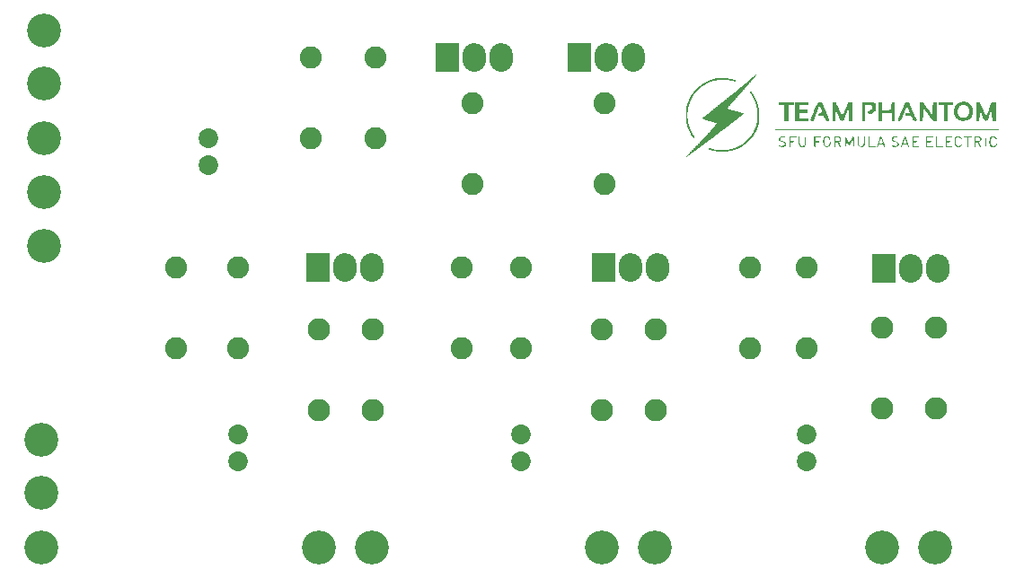
<source format=gts>
G04 ---------------------------- Layer name :TOP SOLDER LAYER*
G04 easyEDA 0.1*
G04 Scale: 100 percent, Rotated: No, Reflected: No *
G04 Dimensions in inches *
G04 leading zeros omitted , absolute positions ,2 integer and 4 * 
%FSLAX24Y24*%
%MOIN*%
G90*
G70D02*

%ADD11C,0.086740*%
%ADD12C,0.126110*%
%ADD14C,0.082000*%
%ADD16C,0.073000*%
%ADD18C,0.083000*%
%ADD20R,0.086740X0.106425*%

%LPD*%

%LPD*%
G36*
G01X27200Y42500D02*
G01X27200Y42500D01*
G01X27200Y42500D01*
G01X27168Y42475D01*
G01X27138Y42451D01*
G01X27107Y42427D01*
G01X27077Y42403D01*
G01X27047Y42380D01*
G01X27017Y42356D01*
G01X26988Y42333D01*
G01X26958Y42310D01*
G01X26930Y42287D01*
G01X26901Y42264D01*
G01X26873Y42241D01*
G01X26845Y42219D01*
G01X26818Y42197D01*
G01X26791Y42175D01*
G01X26764Y42154D01*
G01X26738Y42132D01*
G01X26712Y42112D01*
G01X26687Y42091D01*
G01X26662Y42071D01*
G01X26638Y42051D01*
G01X26614Y42031D01*
G01X26591Y42012D01*
G01X26568Y41993D01*
G01X26545Y41975D01*
G01X26523Y41957D01*
G01X26502Y41940D01*
G01X26481Y41922D01*
G01X26461Y41906D01*
G01X26441Y41890D01*
G01X26422Y41874D01*
G01X26404Y41859D01*
G01X26386Y41844D01*
G01X26369Y41830D01*
G01X26352Y41816D01*
G01X26337Y41803D01*
G01X26321Y41791D01*
G01X26307Y41779D01*
G01X26293Y41768D01*
G01X26280Y41757D01*
G01X26267Y41747D01*
G01X26256Y41737D01*
G01X26245Y41729D01*
G01X26235Y41721D01*
G01X26225Y41713D01*
G01X26217Y41706D01*
G01X26209Y41700D01*
G01X26202Y41695D01*
G01X26196Y41690D01*
G01X26190Y41686D01*
G01X26186Y41683D01*
G01X26182Y41681D01*
G01X26180Y41680D01*
G01X26119Y41640D01*
G01X26380Y41540D01*
G01X26380Y41540D01*
G01X26414Y41530D01*
G01X26447Y41520D01*
G01X26479Y41510D01*
G01X26510Y41500D01*
G01X26538Y41491D01*
G01X26564Y41482D01*
G01X26588Y41473D01*
G01X26609Y41465D01*
G01X26627Y41458D01*
G01X26642Y41451D01*
G01X26652Y41445D01*
G01X26660Y41440D01*
G01X26660Y41440D01*
G01X26660Y41439D01*
G01X26659Y41437D01*
G01X26658Y41435D01*
G01X26655Y41431D01*
G01X26652Y41426D01*
G01X26648Y41421D01*
G01X26642Y41414D01*
G01X26636Y41406D01*
G01X26629Y41398D01*
G01X26622Y41389D01*
G01X26613Y41378D01*
G01X26604Y41367D01*
G01X26593Y41356D01*
G01X26582Y41343D01*
G01X26571Y41330D01*
G01X26558Y41316D01*
G01X26545Y41301D01*
G01X26532Y41286D01*
G01X26517Y41270D01*
G01X26502Y41253D01*
G01X26487Y41236D01*
G01X26471Y41218D01*
G01X26454Y41199D01*
G01X26437Y41180D01*
G01X26419Y41161D01*
G01X26401Y41141D01*
G01X26383Y41121D01*
G01X26364Y41100D01*
G01X26344Y41079D01*
G01X26325Y41057D01*
G01X26304Y41035D01*
G01X26284Y41013D01*
G01X26263Y40990D01*
G01X26242Y40967D01*
G01X26220Y40944D01*
G01X26199Y40921D01*
G01X26177Y40898D01*
G01X26155Y40874D01*
G01X26132Y40850D01*
G01X26110Y40826D01*
G01X26087Y40802D01*
G01X26064Y40778D01*
G01X26042Y40754D01*
G01X26019Y40730D01*
G01X25996Y40705D01*
G01X25973Y40681D01*
G01X25950Y40657D01*
G01X25927Y40633D01*
G01X25904Y40609D01*
G01X25881Y40585D01*
G01X25858Y40562D01*
G01X25835Y40538D01*
G01X25813Y40515D01*
G01X25790Y40492D01*
G01X25768Y40469D01*
G01X25746Y40446D01*
G01X25724Y40424D01*
G01X25702Y40402D01*
G01X25681Y40381D01*
G01X25660Y40359D01*
G01X25660Y40359D01*
G01X25631Y40330D01*
G01X25604Y40301D01*
G01X25581Y40274D01*
G01X25562Y40250D01*
G01X25548Y40229D01*
G01X25539Y40213D01*
G01X25536Y40203D01*
G01X25539Y40200D01*
G01X25539Y40200D01*
G01X25540Y40199D01*
G01X25542Y40200D01*
G01X25544Y40201D01*
G01X25548Y40204D01*
G01X25552Y40207D01*
G01X25558Y40210D01*
G01X25564Y40215D01*
G01X25572Y40220D01*
G01X25580Y40226D01*
G01X25589Y40232D01*
G01X25599Y40239D01*
G01X25610Y40247D01*
G01X25622Y40256D01*
G01X25635Y40265D01*
G01X25648Y40274D01*
G01X25662Y40285D01*
G01X25677Y40295D01*
G01X25692Y40307D01*
G01X25709Y40319D01*
G01X25726Y40331D01*
G01X25743Y40344D01*
G01X25762Y40358D01*
G01X25781Y40372D01*
G01X25800Y40386D01*
G01X25820Y40401D01*
G01X25841Y40417D01*
G01X25862Y40433D01*
G01X25884Y40449D01*
G01X25906Y40466D01*
G01X25929Y40483D01*
G01X25953Y40500D01*
G01X25976Y40518D01*
G01X26001Y40536D01*
G01X26025Y40554D01*
G01X26050Y40573D01*
G01X26076Y40592D01*
G01X26102Y40611D01*
G01X26128Y40631D01*
G01X26154Y40651D01*
G01X26181Y40671D01*
G01X26208Y40691D01*
G01X26235Y40712D01*
G01X26263Y40733D01*
G01X26291Y40754D01*
G01X26319Y40775D01*
G01X26347Y40796D01*
G01X26375Y40817D01*
G01X26404Y40839D01*
G01X26432Y40860D01*
G01X26461Y40882D01*
G01X26490Y40904D01*
G01X26519Y40926D01*
G01X26548Y40948D01*
G01X26577Y40970D01*
G01X26606Y40991D01*
G01X26635Y41013D01*
G01X26664Y41035D01*
G01X26693Y41057D01*
G01X26722Y41079D01*
G01X26751Y41101D01*
G01X26779Y41123D01*
G01X26808Y41144D01*
G01X26837Y41166D01*
G01X26865Y41188D01*
G01X26893Y41209D01*
G01X26921Y41230D01*
G01X26949Y41251D01*
G01X26976Y41272D01*
G01X27003Y41293D01*
G01X27030Y41313D01*
G01X27057Y41334D01*
G01X27083Y41354D01*
G01X27109Y41373D01*
G01X27135Y41393D01*
G01X27160Y41412D01*
G01X27185Y41431D01*
G01X27210Y41450D01*
G01X27234Y41468D01*
G01X27257Y41486D01*
G01X27280Y41504D01*
G01X27303Y41521D01*
G01X27325Y41538D01*
G01X27347Y41555D01*
G01X27368Y41571D01*
G01X27388Y41587D01*
G01X27408Y41602D01*
G01X27427Y41617D01*
G01X27446Y41631D01*
G01X27464Y41645D01*
G01X27482Y41659D01*
G01X27498Y41672D01*
G01X27514Y41684D01*
G01X27530Y41696D01*
G01X27544Y41707D01*
G01X27558Y41718D01*
G01X27571Y41728D01*
G01X27583Y41738D01*
G01X27595Y41747D01*
G01X27605Y41755D01*
G01X27615Y41763D01*
G01X27624Y41770D01*
G01X27632Y41776D01*
G01X27639Y41782D01*
G01X27645Y41787D01*
G01X27650Y41791D01*
G01X27654Y41795D01*
G01X27657Y41797D01*
G01X27660Y41800D01*
G01X27660Y41800D01*
G01X27662Y41803D01*
G01X27663Y41807D01*
G01X27662Y41811D01*
G01X27658Y41815D01*
G01X27651Y41819D01*
G01X27642Y41824D01*
G01X27630Y41829D01*
G01X27614Y41834D01*
G01X27596Y41840D01*
G01X27574Y41847D01*
G01X27548Y41854D01*
G01X27519Y41861D01*
G01X27485Y41870D01*
G01X27448Y41879D01*
G01X27406Y41889D01*
G01X27360Y41900D01*
G01X27360Y41900D01*
G01X27306Y41914D01*
G01X27260Y41927D01*
G01X27219Y41939D01*
G01X27183Y41949D01*
G01X27153Y41959D01*
G01X27127Y41967D01*
G01X27106Y41975D01*
G01X27089Y41982D01*
G01X27076Y41988D01*
G01X27067Y41994D01*
G01X27060Y41999D01*
G01X27056Y42004D01*
G01X27054Y42008D01*
G01X27054Y42012D01*
G01X27056Y42016D01*
G01X27060Y42019D01*
G01X27060Y42019D01*
G01X27061Y42021D01*
G01X27064Y42024D01*
G01X27068Y42028D01*
G01X27073Y42034D01*
G01X27079Y42041D01*
G01X27086Y42049D01*
G01X27094Y42058D01*
G01X27103Y42069D01*
G01X27114Y42080D01*
G01X27125Y42093D01*
G01X27137Y42106D01*
G01X27149Y42121D01*
G01X27163Y42136D01*
G01X27177Y42152D01*
G01X27192Y42169D01*
G01X27208Y42187D01*
G01X27225Y42206D01*
G01X27242Y42225D01*
G01X27260Y42246D01*
G01X27278Y42266D01*
G01X27297Y42288D01*
G01X27316Y42310D01*
G01X27336Y42332D01*
G01X27356Y42355D01*
G01X27377Y42379D01*
G01X27398Y42403D01*
G01X27419Y42427D01*
G01X27441Y42451D01*
G01X27463Y42476D01*
G01X27485Y42501D01*
G01X27507Y42527D01*
G01X27529Y42552D01*
G01X27552Y42578D01*
G01X27575Y42603D01*
G01X27597Y42629D01*
G01X27620Y42655D01*
G01X27643Y42681D01*
G01X27665Y42706D01*
G01X27688Y42732D01*
G01X27710Y42757D01*
G01X27733Y42782D01*
G01X27755Y42807D01*
G01X27776Y42832D01*
G01X27798Y42857D01*
G01X27819Y42881D01*
G01X27840Y42904D01*
G01X27861Y42928D01*
G01X27881Y42950D01*
G01X27900Y42973D01*
G01X27920Y42994D01*
G01X27938Y43016D01*
G01X27957Y43036D01*
G01X27974Y43056D01*
G01X27991Y43075D01*
G01X28007Y43094D01*
G01X28023Y43111D01*
G01X28038Y43128D01*
G01X28052Y43144D01*
G01X28066Y43159D01*
G01X28078Y43173D01*
G01X28090Y43186D01*
G01X28101Y43199D01*
G01X28111Y43210D01*
G01X28119Y43219D01*
G01X28119Y43219D01*
G01X28134Y43234D01*
G01X28144Y43250D01*
G01X28148Y43265D01*
G01X28139Y43280D01*
G01X28139Y43280D01*
G01X28139Y43279D01*
G01X28137Y43278D01*
G01X28135Y43275D01*
G01X28131Y43272D01*
G01X28126Y43268D01*
G01X28120Y43263D01*
G01X28114Y43257D01*
G01X28106Y43251D01*
G01X28097Y43244D01*
G01X28088Y43235D01*
G01X28077Y43226D01*
G01X28066Y43217D01*
G01X28053Y43206D01*
G01X28040Y43195D01*
G01X28026Y43183D01*
G01X28011Y43171D01*
G01X27996Y43157D01*
G01X27979Y43143D01*
G01X27962Y43129D01*
G01X27944Y43114D01*
G01X27925Y43098D01*
G01X27906Y43082D01*
G01X27885Y43065D01*
G01X27864Y43047D01*
G01X27843Y43029D01*
G01X27821Y43010D01*
G01X27798Y42991D01*
G01X27774Y42972D01*
G01X27750Y42951D01*
G01X27725Y42931D01*
G01X27700Y42910D01*
G01X27674Y42888D01*
G01X27648Y42867D01*
G01X27621Y42844D01*
G01X27594Y42822D01*
G01X27566Y42799D01*
G01X27537Y42775D01*
G01X27509Y42751D01*
G01X27479Y42727D01*
G01X27450Y42703D01*
G01X27420Y42678D01*
G01X27389Y42654D01*
G01X27358Y42628D01*
G01X27327Y42603D01*
G01X27296Y42577D01*
G01X27264Y42552D01*
G01X27232Y42526D01*
G01X27200Y42500D01*
G37*
G36*
G01X26560Y43100D02*
G01X26560Y43100D01*
G01X26560Y43100D01*
G01X26536Y43092D01*
G01X26512Y43085D01*
G01X26488Y43077D01*
G01X26465Y43069D01*
G01X26442Y43061D01*
G01X26419Y43052D01*
G01X26397Y43043D01*
G01X26374Y43034D01*
G01X26352Y43024D01*
G01X26330Y43015D01*
G01X26308Y43005D01*
G01X26287Y42994D01*
G01X26265Y42984D01*
G01X26244Y42973D01*
G01X26224Y42961D01*
G01X26203Y42950D01*
G01X26183Y42938D01*
G01X26163Y42926D01*
G01X26143Y42914D01*
G01X26123Y42901D01*
G01X26104Y42888D01*
G01X26085Y42875D01*
G01X26066Y42861D01*
G01X26048Y42848D01*
G01X26029Y42834D01*
G01X26011Y42819D01*
G01X25994Y42805D01*
G01X25976Y42790D01*
G01X25959Y42775D01*
G01X25942Y42759D01*
G01X25925Y42744D01*
G01X25909Y42728D01*
G01X25893Y42712D01*
G01X25877Y42695D01*
G01X25862Y42679D01*
G01X25847Y42662D01*
G01X25832Y42645D01*
G01X25817Y42627D01*
G01X25803Y42609D01*
G01X25789Y42591D01*
G01X25776Y42573D01*
G01X25762Y42555D01*
G01X25749Y42536D01*
G01X25737Y42517D01*
G01X25724Y42498D01*
G01X25712Y42478D01*
G01X25700Y42458D01*
G01X25689Y42438D01*
G01X25678Y42418D01*
G01X25667Y42398D01*
G01X25657Y42377D01*
G01X25647Y42356D01*
G01X25637Y42335D01*
G01X25628Y42313D01*
G01X25619Y42292D01*
G01X25610Y42270D01*
G01X25602Y42247D01*
G01X25594Y42225D01*
G01X25587Y42202D01*
G01X25580Y42180D01*
G01X25580Y42180D01*
G01X25569Y42154D01*
G01X25560Y42130D01*
G01X25552Y42108D01*
G01X25545Y42086D01*
G01X25539Y42064D01*
G01X25534Y42043D01*
G01X25530Y42022D01*
G01X25527Y42000D01*
G01X25525Y41976D01*
G01X25523Y41952D01*
G01X25521Y41926D01*
G01X25520Y41898D01*
G01X25520Y41868D01*
G01X25520Y41835D01*
G01X25520Y41799D01*
G01X25519Y41759D01*
G01X25519Y41759D01*
G01X25520Y41717D01*
G01X25520Y41678D01*
G01X25520Y41644D01*
G01X25520Y41612D01*
G01X25521Y41584D01*
G01X25523Y41558D01*
G01X25525Y41534D01*
G01X25527Y41512D01*
G01X25530Y41491D01*
G01X25534Y41471D01*
G01X25539Y41451D01*
G01X25545Y41430D01*
G01X25552Y41410D01*
G01X25560Y41388D01*
G01X25569Y41365D01*
G01X25580Y41340D01*
G01X25580Y41340D01*
G01X25590Y41307D01*
G01X25601Y41275D01*
G01X25612Y41244D01*
G01X25624Y41214D01*
G01X25636Y41184D01*
G01X25648Y41155D01*
G01X25661Y41128D01*
G01X25674Y41101D01*
G01X25686Y41075D01*
G01X25699Y41051D01*
G01X25712Y41028D01*
G01X25725Y41007D01*
G01X25737Y40987D01*
G01X25749Y40969D01*
G01X25761Y40953D01*
G01X25772Y40938D01*
G01X25783Y40925D01*
G01X25793Y40915D01*
G01X25803Y40906D01*
G01X25812Y40900D01*
G01X25820Y40896D01*
G01X25828Y40895D01*
G01X25834Y40896D01*
G01X25839Y40900D01*
G01X25839Y40900D01*
G01X25845Y40908D01*
G01X25847Y40919D01*
G01X25845Y40931D01*
G01X25840Y40947D01*
G01X25830Y40965D01*
G01X25817Y40987D01*
G01X25800Y41011D01*
G01X25780Y41040D01*
G01X25780Y41040D01*
G01X25766Y41061D01*
G01X25753Y41082D01*
G01X25741Y41104D01*
G01X25729Y41126D01*
G01X25718Y41148D01*
G01X25707Y41170D01*
G01X25696Y41193D01*
G01X25686Y41216D01*
G01X25676Y41239D01*
G01X25667Y41263D01*
G01X25658Y41286D01*
G01X25650Y41310D01*
G01X25642Y41334D01*
G01X25635Y41358D01*
G01X25628Y41382D01*
G01X25621Y41406D01*
G01X25615Y41431D01*
G01X25609Y41455D01*
G01X25604Y41480D01*
G01X25600Y41505D01*
G01X25595Y41529D01*
G01X25591Y41554D01*
G01X25588Y41579D01*
G01X25585Y41604D01*
G01X25583Y41629D01*
G01X25581Y41654D01*
G01X25579Y41679D01*
G01X25578Y41704D01*
G01X25577Y41729D01*
G01X25577Y41754D01*
G01X25577Y41779D01*
G01X25578Y41804D01*
G01X25579Y41828D01*
G01X25581Y41853D01*
G01X25583Y41878D01*
G01X25585Y41902D01*
G01X25588Y41927D01*
G01X25591Y41951D01*
G01X25595Y41975D01*
G01X25600Y42000D01*
G01X25600Y42000D01*
G01X25605Y42026D01*
G01X25611Y42051D01*
G01X25617Y42076D01*
G01X25624Y42101D01*
G01X25631Y42125D01*
G01X25638Y42149D01*
G01X25645Y42173D01*
G01X25653Y42196D01*
G01X25661Y42219D01*
G01X25669Y42241D01*
G01X25678Y42263D01*
G01X25687Y42285D01*
G01X25696Y42307D01*
G01X25706Y42328D01*
G01X25716Y42349D01*
G01X25727Y42370D01*
G01X25738Y42390D01*
G01X25749Y42410D01*
G01X25761Y42430D01*
G01X25774Y42450D01*
G01X25786Y42470D01*
G01X25799Y42490D01*
G01X25813Y42509D01*
G01X25827Y42528D01*
G01X25842Y42547D01*
G01X25857Y42566D01*
G01X25873Y42585D01*
G01X25889Y42604D01*
G01X25906Y42623D01*
G01X25923Y42642D01*
G01X25941Y42661D01*
G01X25960Y42680D01*
G01X25960Y42680D01*
G01X25977Y42697D01*
G01X25995Y42714D01*
G01X26013Y42731D01*
G01X26031Y42747D01*
G01X26050Y42763D01*
G01X26068Y42778D01*
G01X26087Y42793D01*
G01X26105Y42808D01*
G01X26124Y42822D01*
G01X26143Y42835D01*
G01X26162Y42849D01*
G01X26182Y42861D01*
G01X26201Y42874D01*
G01X26220Y42886D01*
G01X26240Y42897D01*
G01X26260Y42909D01*
G01X26280Y42919D01*
G01X26300Y42930D01*
G01X26320Y42940D01*
G01X26341Y42949D01*
G01X26361Y42958D01*
G01X26382Y42967D01*
G01X26403Y42975D01*
G01X26424Y42983D01*
G01X26445Y42991D01*
G01X26466Y42998D01*
G01X26488Y43005D01*
G01X26510Y43011D01*
G01X26531Y43017D01*
G01X26553Y43022D01*
G01X26576Y43028D01*
G01X26598Y43032D01*
G01X26620Y43037D01*
G01X26643Y43041D01*
G01X26666Y43044D01*
G01X26689Y43047D01*
G01X26712Y43050D01*
G01X26736Y43053D01*
G01X26759Y43055D01*
G01X26783Y43057D01*
G01X26807Y43058D01*
G01X26831Y43059D01*
G01X26855Y43059D01*
G01X26880Y43059D01*
G01X26880Y43059D01*
G01X26904Y43059D01*
G01X26928Y43059D01*
G01X26953Y43058D01*
G01X26977Y43057D01*
G01X27002Y43056D01*
G01X27027Y43054D01*
G01X27051Y43052D01*
G01X27076Y43050D01*
G01X27100Y43047D01*
G01X27125Y43044D01*
G01X27148Y43041D01*
G01X27172Y43038D01*
G01X27195Y43034D01*
G01X27217Y43030D01*
G01X27239Y43026D01*
G01X27261Y43021D01*
G01X27282Y43016D01*
G01X27302Y43011D01*
G01X27321Y43005D01*
G01X27339Y43000D01*
G01X27339Y43000D01*
G01X27354Y42991D01*
G01X27367Y42995D01*
G01X27376Y43005D01*
G01X27380Y43019D01*
G01X27380Y43019D01*
G01X27378Y43026D01*
G01X27374Y43033D01*
G01X27368Y43039D01*
G01X27359Y43045D01*
G01X27348Y43051D01*
G01X27335Y43057D01*
G01X27320Y43063D01*
G01X27304Y43069D01*
G01X27285Y43074D01*
G01X27265Y43079D01*
G01X27243Y43084D01*
G01X27220Y43089D01*
G01X27196Y43094D01*
G01X27170Y43098D01*
G01X27144Y43102D01*
G01X27117Y43106D01*
G01X27088Y43109D01*
G01X27060Y43112D01*
G01X27030Y43115D01*
G01X27000Y43117D01*
G01X26970Y43119D01*
G01X26940Y43121D01*
G01X26909Y43122D01*
G01X26879Y43123D01*
G01X26848Y43124D01*
G01X26818Y43124D01*
G01X26789Y43124D01*
G01X26760Y43123D01*
G01X26731Y43122D01*
G01X26704Y43120D01*
G01X26677Y43118D01*
G01X26651Y43115D01*
G01X26626Y43112D01*
G01X26602Y43108D01*
G01X26580Y43104D01*
G01X26560Y43100D01*
G37*
G36*
G01X27900Y42640D02*
G01X27900Y42640D01*
G01X27900Y42640D01*
G01X27889Y42632D01*
G01X27890Y42612D01*
G01X27905Y42580D01*
G01X27939Y42540D01*
G01X27939Y42540D01*
G01X27954Y42517D01*
G01X27969Y42494D01*
G01X27982Y42471D01*
G01X27996Y42448D01*
G01X28009Y42424D01*
G01X28021Y42401D01*
G01X28033Y42377D01*
G01X28044Y42353D01*
G01X28056Y42329D01*
G01X28066Y42305D01*
G01X28076Y42280D01*
G01X28086Y42256D01*
G01X28095Y42231D01*
G01X28104Y42207D01*
G01X28112Y42182D01*
G01X28120Y42157D01*
G01X28127Y42132D01*
G01X28134Y42107D01*
G01X28140Y42082D01*
G01X28146Y42057D01*
G01X28151Y42032D01*
G01X28156Y42007D01*
G01X28161Y41982D01*
G01X28164Y41957D01*
G01X28168Y41932D01*
G01X28171Y41907D01*
G01X28174Y41883D01*
G01X28176Y41858D01*
G01X28177Y41833D01*
G01X28179Y41808D01*
G01X28179Y41784D01*
G01X28180Y41759D01*
G01X28180Y41759D01*
G01X28179Y41735D01*
G01X28179Y41711D01*
G01X28177Y41686D01*
G01X28176Y41662D01*
G01X28174Y41638D01*
G01X28171Y41614D01*
G01X28169Y41590D01*
G01X28165Y41567D01*
G01X28161Y41543D01*
G01X28157Y41520D01*
G01X28153Y41496D01*
G01X28148Y41473D01*
G01X28142Y41450D01*
G01X28137Y41427D01*
G01X28130Y41404D01*
G01X28124Y41382D01*
G01X28117Y41359D01*
G01X28109Y41337D01*
G01X28102Y41315D01*
G01X28094Y41293D01*
G01X28085Y41271D01*
G01X28076Y41249D01*
G01X28067Y41228D01*
G01X28057Y41207D01*
G01X28047Y41186D01*
G01X28037Y41165D01*
G01X28026Y41144D01*
G01X28015Y41124D01*
G01X28004Y41104D01*
G01X27992Y41084D01*
G01X27980Y41064D01*
G01X27968Y41044D01*
G01X27955Y41025D01*
G01X27942Y41006D01*
G01X27929Y40987D01*
G01X27915Y40968D01*
G01X27901Y40950D01*
G01X27887Y40932D01*
G01X27872Y40914D01*
G01X27858Y40897D01*
G01X27842Y40879D01*
G01X27827Y40862D01*
G01X27811Y40846D01*
G01X27795Y40829D01*
G01X27779Y40813D01*
G01X27762Y40797D01*
G01X27746Y40781D01*
G01X27729Y40766D01*
G01X27711Y40751D01*
G01X27694Y40737D01*
G01X27676Y40722D01*
G01X27658Y40708D01*
G01X27639Y40694D01*
G01X27621Y40681D01*
G01X27602Y40668D01*
G01X27583Y40655D01*
G01X27564Y40643D01*
G01X27544Y40631D01*
G01X27524Y40619D01*
G01X27504Y40608D01*
G01X27484Y40597D01*
G01X27464Y40586D01*
G01X27443Y40576D01*
G01X27423Y40566D01*
G01X27402Y40557D01*
G01X27380Y40548D01*
G01X27359Y40539D01*
G01X27338Y40531D01*
G01X27316Y40523D01*
G01X27294Y40516D01*
G01X27272Y40509D01*
G01X27250Y40502D01*
G01X27228Y40496D01*
G01X27205Y40490D01*
G01X27182Y40484D01*
G01X27160Y40480D01*
G01X27160Y40480D01*
G01X27138Y40475D01*
G01X27115Y40472D01*
G01X27092Y40468D01*
G01X27068Y40465D01*
G01X27044Y40462D01*
G01X27020Y40459D01*
G01X26995Y40457D01*
G01X26969Y40455D01*
G01X26944Y40454D01*
G01X26918Y40453D01*
G01X26892Y40452D01*
G01X26866Y40452D01*
G01X26840Y40452D01*
G01X26815Y40452D01*
G01X26789Y40453D01*
G01X26763Y40454D01*
G01X26738Y40455D01*
G01X26714Y40457D01*
G01X26689Y40460D01*
G01X26665Y40462D01*
G01X26642Y40465D01*
G01X26619Y40469D01*
G01X26597Y40473D01*
G01X26576Y40477D01*
G01X26555Y40482D01*
G01X26536Y40488D01*
G01X26517Y40493D01*
G01X26500Y40500D01*
G01X26500Y40500D01*
G01X26471Y40513D01*
G01X26447Y40522D01*
G01X26425Y40529D01*
G01X26407Y40532D01*
G01X26391Y40533D01*
G01X26379Y40530D01*
G01X26368Y40526D01*
G01X26360Y40519D01*
G01X26360Y40519D01*
G01X26356Y40512D01*
G01X26355Y40505D01*
G01X26356Y40498D01*
G01X26360Y40491D01*
G01X26365Y40484D01*
G01X26373Y40477D01*
G01X26382Y40471D01*
G01X26393Y40465D01*
G01X26405Y40459D01*
G01X26420Y40453D01*
G01X26436Y40448D01*
G01X26453Y40442D01*
G01X26472Y40437D01*
G01X26491Y40433D01*
G01X26512Y40428D01*
G01X26535Y40424D01*
G01X26558Y40420D01*
G01X26582Y40416D01*
G01X26606Y40413D01*
G01X26632Y40409D01*
G01X26658Y40407D01*
G01X26685Y40404D01*
G01X26712Y40402D01*
G01X26740Y40400D01*
G01X26768Y40398D01*
G01X26796Y40397D01*
G01X26824Y40396D01*
G01X26852Y40396D01*
G01X26880Y40396D01*
G01X26908Y40396D01*
G01X26936Y40396D01*
G01X26963Y40397D01*
G01X26990Y40399D01*
G01X27016Y40400D01*
G01X27042Y40402D01*
G01X27067Y40405D01*
G01X27092Y40408D01*
G01X27115Y40411D01*
G01X27138Y40415D01*
G01X27160Y40419D01*
G01X27160Y40419D01*
G01X27183Y40425D01*
G01X27207Y40430D01*
G01X27231Y40436D01*
G01X27254Y40443D01*
G01X27277Y40449D01*
G01X27300Y40457D01*
G01X27323Y40464D01*
G01X27346Y40472D01*
G01X27368Y40480D01*
G01X27391Y40489D01*
G01X27413Y40498D01*
G01X27435Y40507D01*
G01X27456Y40517D01*
G01X27478Y40527D01*
G01X27499Y40538D01*
G01X27520Y40549D01*
G01X27541Y40560D01*
G01X27562Y40572D01*
G01X27582Y40584D01*
G01X27602Y40596D01*
G01X27622Y40608D01*
G01X27642Y40621D01*
G01X27662Y40635D01*
G01X27681Y40648D01*
G01X27700Y40662D01*
G01X27719Y40677D01*
G01X27738Y40691D01*
G01X27756Y40706D01*
G01X27774Y40721D01*
G01X27792Y40737D01*
G01X27810Y40753D01*
G01X27827Y40769D01*
G01X27844Y40786D01*
G01X27861Y40803D01*
G01X27878Y40820D01*
G01X27894Y40837D01*
G01X27910Y40855D01*
G01X27926Y40873D01*
G01X27941Y40891D01*
G01X27957Y40910D01*
G01X27972Y40929D01*
G01X27986Y40948D01*
G01X28001Y40967D01*
G01X28015Y40987D01*
G01X28029Y41007D01*
G01X28042Y41028D01*
G01X28055Y41048D01*
G01X28068Y41069D01*
G01X28081Y41090D01*
G01X28093Y41112D01*
G01X28105Y41133D01*
G01X28117Y41155D01*
G01X28128Y41177D01*
G01X28140Y41200D01*
G01X28150Y41222D01*
G01X28161Y41245D01*
G01X28171Y41269D01*
G01X28181Y41292D01*
G01X28190Y41316D01*
G01X28200Y41340D01*
G01X28200Y41340D01*
G01X28206Y41359D01*
G01X28211Y41380D01*
G01X28217Y41402D01*
G01X28222Y41424D01*
G01X28226Y41448D01*
G01X28230Y41472D01*
G01X28234Y41497D01*
G01X28237Y41522D01*
G01X28239Y41548D01*
G01X28242Y41574D01*
G01X28244Y41601D01*
G01X28245Y41628D01*
G01X28246Y41655D01*
G01X28247Y41682D01*
G01X28247Y41709D01*
G01X28247Y41737D01*
G01X28247Y41764D01*
G01X28246Y41791D01*
G01X28245Y41818D01*
G01X28244Y41845D01*
G01X28242Y41871D01*
G01X28240Y41897D01*
G01X28237Y41922D01*
G01X28234Y41947D01*
G01X28231Y41971D01*
G01X28227Y41995D01*
G01X28224Y42018D01*
G01X28219Y42040D01*
G01X28219Y42040D01*
G01X28213Y42064D01*
G01X28207Y42090D01*
G01X28199Y42115D01*
G01X28191Y42142D01*
G01X28182Y42168D01*
G01X28173Y42195D01*
G01X28163Y42222D01*
G01X28153Y42249D01*
G01X28142Y42275D01*
G01X28131Y42302D01*
G01X28119Y42328D01*
G01X28108Y42354D01*
G01X28096Y42380D01*
G01X28084Y42404D01*
G01X28072Y42429D01*
G01X28060Y42452D01*
G01X28047Y42475D01*
G01X28035Y42496D01*
G01X28023Y42517D01*
G01X28011Y42536D01*
G01X28000Y42554D01*
G01X27988Y42570D01*
G01X27977Y42586D01*
G01X27966Y42599D01*
G01X27956Y42611D01*
G01X27946Y42621D01*
G01X27937Y42630D01*
G01X27928Y42636D01*
G01X27920Y42640D01*
G01X27912Y42642D01*
G01X27906Y42642D01*
G01X27900Y42640D01*
G37*
G36*
G01X28980Y42180D02*
G01X28980Y42180D01*
G01X28980Y42180D01*
G01X28980Y42160D01*
G01X28981Y42145D01*
G01X28985Y42134D01*
G01X28992Y42127D01*
G01X29004Y42123D01*
G01X29022Y42120D01*
G01X29046Y42120D01*
G01X29080Y42119D01*
G01X29180Y42119D01*
G01X29180Y41840D01*
G01X29180Y41540D01*
G01X29239Y41540D01*
G01X29319Y41540D01*
G01X29319Y41840D01*
G01X29319Y42119D01*
G01X29419Y42119D01*
G01X29419Y42119D01*
G01X29447Y42120D01*
G01X29469Y42120D01*
G01X29486Y42123D01*
G01X29500Y42127D01*
G01X29509Y42134D01*
G01X29515Y42145D01*
G01X29518Y42160D01*
G01X29519Y42180D01*
G01X29519Y42240D01*
G01X29239Y42240D01*
G01X28980Y42240D01*
G01X28980Y42180D01*
G37*
G36*
G01X29580Y41900D02*
G01X29580Y41900D01*
G01X29580Y41540D01*
G01X29819Y41540D01*
G01X30080Y41540D01*
G01X30080Y41600D01*
G01X30080Y41600D01*
G01X30078Y41613D01*
G01X30074Y41623D01*
G01X30065Y41630D01*
G01X30050Y41635D01*
G01X30027Y41637D01*
G01X29995Y41639D01*
G01X29953Y41639D01*
G01X29900Y41640D01*
G01X29719Y41640D01*
G01X29719Y41740D01*
G01X29719Y41840D01*
G01X29880Y41840D01*
G01X30039Y41840D01*
G01X30039Y41900D01*
G01X30039Y41959D01*
G01X29880Y41959D01*
G01X29719Y41959D01*
G01X29719Y42040D01*
G01X29719Y42119D01*
G01X29880Y42119D01*
G01X30060Y42119D01*
G01X30060Y42180D01*
G01X30060Y42240D01*
G01X29819Y42240D01*
G01X29580Y42240D01*
G01X29580Y41900D01*
G37*
G36*
G01X30280Y41940D02*
G01X30280Y41940D01*
G01X30280Y41940D01*
G01X30268Y41906D01*
G01X30256Y41873D01*
G01X30244Y41841D01*
G01X30232Y41810D01*
G01X30220Y41780D01*
G01X30209Y41752D01*
G01X30198Y41725D01*
G01X30187Y41699D01*
G01X30177Y41676D01*
G01X30168Y41655D01*
G01X30160Y41636D01*
G01X30153Y41619D01*
G01X30147Y41605D01*
G01X30143Y41593D01*
G01X30140Y41585D01*
G01X30139Y41580D01*
G01X30139Y41580D01*
G01X30132Y41565D01*
G01X30139Y41552D01*
G01X30162Y41543D01*
G01X30200Y41540D01*
G01X30260Y41540D01*
G01X30380Y41819D01*
G01X30480Y42100D01*
G01X30539Y42000D01*
G01X30539Y42000D01*
G01X30554Y41944D01*
G01X30567Y41899D01*
G01X30576Y41870D01*
G01X30580Y41859D01*
G01X30580Y41859D01*
G01X30576Y41856D01*
G01X30564Y41850D01*
G01X30546Y41843D01*
G01X30519Y41840D01*
G01X30519Y41840D01*
G01X30493Y41839D01*
G01X30472Y41835D01*
G01X30455Y41823D01*
G01X30439Y41800D01*
G01X30439Y41800D01*
G01X30428Y41773D01*
G01X30422Y41755D01*
G01X30420Y41743D01*
G01X30419Y41740D01*
G01X30419Y41740D01*
G01X30427Y41728D01*
G01X30447Y41722D01*
G01X30479Y41720D01*
G01X30519Y41719D01*
G01X30639Y41719D01*
G01X30680Y41640D01*
G01X30680Y41640D01*
G01X30693Y41612D01*
G01X30704Y41590D01*
G01X30713Y41573D01*
G01X30722Y41560D01*
G01X30732Y41550D01*
G01X30744Y41544D01*
G01X30760Y41541D01*
G01X30780Y41540D01*
G01X30780Y41540D01*
G01X30789Y41539D01*
G01X30798Y41539D01*
G01X30806Y41539D01*
G01X30814Y41538D01*
G01X30820Y41539D01*
G01X30826Y41540D01*
G01X30831Y41542D01*
G01X30834Y41545D01*
G01X30837Y41549D01*
G01X30838Y41555D01*
G01X30838Y41562D01*
G01X30837Y41572D01*
G01X30834Y41584D01*
G01X30830Y41598D01*
G01X30825Y41615D01*
G01X30818Y41634D01*
G01X30809Y41657D01*
G01X30799Y41683D01*
G01X30787Y41712D01*
G01X30773Y41746D01*
G01X30758Y41783D01*
G01X30740Y41824D01*
G01X30721Y41869D01*
G01X30700Y41919D01*
G01X30560Y42240D01*
G01X30480Y42240D01*
G01X30419Y42240D01*
G01X30280Y41940D01*
G37*
G36*
G01X30960Y41900D02*
G01X30960Y41900D01*
G01X30960Y41540D01*
G01X31000Y41540D01*
G01X31060Y41540D01*
G01X31080Y41780D01*
G01X31080Y42000D01*
G01X31160Y41759D01*
G01X31160Y41759D01*
G01X31183Y41709D01*
G01X31202Y41667D01*
G01X31218Y41632D01*
G01X31232Y41605D01*
G01X31244Y41583D01*
G01X31255Y41567D01*
G01X31264Y41555D01*
G01X31274Y41548D01*
G01X31283Y41543D01*
G01X31294Y41541D01*
G01X31306Y41540D01*
G01X31319Y41540D01*
G01X31319Y41540D01*
G01X31333Y41544D01*
G01X31345Y41549D01*
G01X31355Y41554D01*
G01X31365Y41562D01*
G01X31373Y41571D01*
G01X31382Y41584D01*
G01X31391Y41602D01*
G01X31401Y41624D01*
G01X31412Y41652D01*
G01X31426Y41687D01*
G01X31441Y41729D01*
G01X31460Y41780D01*
G01X31560Y42019D01*
G01X31560Y41780D01*
G01X31580Y41540D01*
G01X31639Y41540D01*
G01X31700Y41540D01*
G01X31700Y41900D01*
G01X31700Y42240D01*
G01X31619Y42240D01*
G01X31619Y42240D01*
G01X31605Y42239D01*
G01X31593Y42239D01*
G01X31582Y42238D01*
G01X31572Y42235D01*
G01X31562Y42232D01*
G01X31554Y42226D01*
G01X31545Y42218D01*
G01X31537Y42207D01*
G01X31528Y42193D01*
G01X31519Y42176D01*
G01X31509Y42155D01*
G01X31499Y42130D01*
G01X31486Y42100D01*
G01X31473Y42065D01*
G01X31457Y42025D01*
G01X31439Y41980D01*
G01X31439Y41980D01*
G01X31425Y41945D01*
G01X31410Y41913D01*
G01X31395Y41883D01*
G01X31382Y41855D01*
G01X31369Y41830D01*
G01X31357Y41807D01*
G01X31346Y41787D01*
G01X31337Y41771D01*
G01X31330Y41757D01*
G01X31324Y41748D01*
G01X31321Y41742D01*
G01X31319Y41740D01*
G01X31319Y41740D01*
G01X31314Y41742D01*
G01X31306Y41749D01*
G01X31298Y41760D01*
G01X31288Y41776D01*
G01X31278Y41795D01*
G01X31267Y41817D01*
G01X31256Y41842D01*
G01X31244Y41870D01*
G01X31232Y41900D01*
G01X31221Y41932D01*
G01X31210Y41965D01*
G01X31200Y42000D01*
G01X31200Y42000D01*
G01X31172Y42055D01*
G01X31149Y42101D01*
G01X31129Y42138D01*
G01X31113Y42168D01*
G01X31099Y42192D01*
G01X31087Y42210D01*
G01X31076Y42222D01*
G01X31066Y42231D01*
G01X31056Y42236D01*
G01X31045Y42238D01*
G01X31033Y42239D01*
G01X31019Y42240D01*
G01X30960Y42240D01*
G01X30960Y41900D01*
G37*
G36*
G01X32060Y41900D02*
G01X32060Y41900D01*
G01X32060Y41540D01*
G01X32119Y41540D01*
G01X32180Y41540D01*
G01X32180Y41840D01*
G01X32180Y42119D01*
G01X32280Y42119D01*
G01X32280Y42119D01*
G01X32314Y42119D01*
G01X32344Y42119D01*
G01X32369Y42117D01*
G01X32389Y42114D01*
G01X32406Y42110D01*
G01X32420Y42103D01*
G01X32431Y42093D01*
G01X32439Y42080D01*
G01X32439Y42080D01*
G01X32443Y42056D01*
G01X32440Y42032D01*
G01X32431Y42008D01*
G01X32417Y41984D01*
G01X32398Y41963D01*
G01X32375Y41944D01*
G01X32348Y41930D01*
G01X32319Y41919D01*
G01X32319Y41919D01*
G01X32296Y41905D01*
G01X32285Y41890D01*
G01X32280Y41875D01*
G01X32280Y41859D01*
G01X32280Y41859D01*
G01X32281Y41839D01*
G01X32284Y41822D01*
G01X32290Y41809D01*
G01X32300Y41800D01*
G01X32313Y41794D01*
G01X32330Y41792D01*
G01X32352Y41794D01*
G01X32380Y41800D01*
G01X32380Y41800D01*
G01X32402Y41807D01*
G01X32423Y41816D01*
G01X32443Y41826D01*
G01X32461Y41837D01*
G01X32479Y41849D01*
G01X32496Y41861D01*
G01X32511Y41875D01*
G01X32525Y41890D01*
G01X32537Y41905D01*
G01X32548Y41921D01*
G01X32557Y41939D01*
G01X32565Y41957D01*
G01X32571Y41976D01*
G01X32576Y41996D01*
G01X32579Y42017D01*
G01X32580Y42040D01*
G01X32580Y42040D01*
G01X32576Y42072D01*
G01X32569Y42107D01*
G01X32563Y42138D01*
G01X32560Y42159D01*
G01X32560Y42159D01*
G01X32555Y42170D01*
G01X32548Y42180D01*
G01X32540Y42189D01*
G01X32529Y42197D01*
G01X32517Y42205D01*
G01X32502Y42211D01*
G01X32486Y42217D01*
G01X32467Y42222D01*
G01X32446Y42226D01*
G01X32423Y42230D01*
G01X32398Y42233D01*
G01X32371Y42235D01*
G01X32342Y42237D01*
G01X32310Y42239D01*
G01X32276Y42239D01*
G01X32239Y42240D01*
G01X32060Y42240D01*
G01X32060Y41900D01*
G37*
G36*
G01X32680Y41900D02*
G01X32680Y41900D01*
G01X32680Y41540D01*
G01X32739Y41540D01*
G01X32800Y41540D01*
G01X32800Y41700D01*
G01X32800Y41840D01*
G01X32980Y41840D01*
G01X33160Y41840D01*
G01X33160Y41700D01*
G01X33160Y41540D01*
G01X33219Y41540D01*
G01X33280Y41540D01*
G01X33280Y41900D01*
G01X33280Y42240D01*
G01X33219Y42240D01*
G01X33160Y42240D01*
G01X33139Y42100D01*
G01X33139Y41959D01*
G01X32960Y41940D01*
G01X32800Y41940D01*
G01X32800Y42100D01*
G01X32800Y42240D01*
G01X32739Y42240D01*
G01X32680Y42240D01*
G01X32680Y41900D01*
G37*
G36*
G01X33519Y41919D02*
G01X33519Y41919D01*
G01X33519Y41919D01*
G01X33505Y41886D01*
G01X33491Y41853D01*
G01X33477Y41821D01*
G01X33464Y41790D01*
G01X33452Y41760D01*
G01X33440Y41732D01*
G01X33429Y41705D01*
G01X33419Y41680D01*
G01X33411Y41656D01*
G01X33403Y41635D01*
G01X33396Y41616D01*
G01X33390Y41599D01*
G01X33386Y41585D01*
G01X33382Y41573D01*
G01X33380Y41565D01*
G01X33380Y41559D01*
G01X33380Y41559D01*
G01X33383Y41556D01*
G01X33394Y41550D01*
G01X33413Y41543D01*
G01X33439Y41540D01*
G01X33439Y41540D01*
G01X33453Y41544D01*
G01X33465Y41549D01*
G01X33476Y41555D01*
G01X33485Y41562D01*
G01X33495Y41573D01*
G01X33505Y41587D01*
G01X33515Y41606D01*
G01X33527Y41630D01*
G01X33541Y41660D01*
G01X33557Y41698D01*
G01X33576Y41744D01*
G01X33600Y41800D01*
G01X33600Y41800D01*
G01X33610Y41830D01*
G01X33621Y41861D01*
G01X33632Y41891D01*
G01X33643Y41921D01*
G01X33654Y41950D01*
G01X33664Y41977D01*
G01X33674Y42002D01*
G01X33682Y42025D01*
G01X33689Y42044D01*
G01X33695Y42060D01*
G01X33698Y42072D01*
G01X33700Y42080D01*
G01X33700Y42080D01*
G01X33707Y42085D01*
G01X33715Y42086D01*
G01X33723Y42083D01*
G01X33732Y42075D01*
G01X33742Y42060D01*
G01X33753Y42040D01*
G01X33765Y42013D01*
G01X33780Y41980D01*
G01X33819Y41840D01*
G01X33760Y41840D01*
G01X33760Y41840D01*
G01X33721Y41839D01*
G01X33694Y41835D01*
G01X33675Y41823D01*
G01X33660Y41800D01*
G01X33660Y41800D01*
G01X33660Y41773D01*
G01X33660Y41755D01*
G01X33660Y41743D01*
G01X33660Y41740D01*
G01X33660Y41740D01*
G01X33667Y41728D01*
G01X33687Y41722D01*
G01X33719Y41720D01*
G01X33760Y41719D01*
G01X33880Y41719D01*
G01X33919Y41640D01*
G01X33919Y41640D01*
G01X33933Y41612D01*
G01X33944Y41590D01*
G01X33953Y41573D01*
G01X33962Y41560D01*
G01X33972Y41550D01*
G01X33984Y41544D01*
G01X34000Y41541D01*
G01X34019Y41540D01*
G01X34019Y41540D01*
G01X34049Y41540D01*
G01X34075Y41542D01*
G01X34093Y41548D01*
G01X34100Y41559D01*
G01X34100Y41559D01*
G01X34099Y41561D01*
G01X34096Y41566D01*
G01X34092Y41574D01*
G01X34086Y41584D01*
G01X34079Y41598D01*
G01X34070Y41614D01*
G01X34060Y41633D01*
G01X34050Y41655D01*
G01X34038Y41678D01*
G01X34025Y41704D01*
G01X34012Y41732D01*
G01X33998Y41762D01*
G01X33984Y41794D01*
G01X33969Y41827D01*
G01X33954Y41863D01*
G01X33939Y41900D01*
G01X33800Y42240D01*
G01X33719Y42240D01*
G01X33660Y42240D01*
G01X33519Y41919D01*
G37*
G36*
G01X34200Y41900D02*
G01X34200Y41900D01*
G01X34200Y41540D01*
G01X34239Y41540D01*
G01X34300Y41540D01*
G01X34319Y41800D01*
G01X34319Y42040D01*
G01X34500Y41800D01*
G01X34500Y41800D01*
G01X34528Y41757D01*
G01X34553Y41719D01*
G01X34576Y41686D01*
G01X34596Y41658D01*
G01X34614Y41633D01*
G01X34630Y41612D01*
G01X34644Y41594D01*
G01X34657Y41580D01*
G01X34669Y41568D01*
G01X34679Y41558D01*
G01X34689Y41551D01*
G01X34699Y41546D01*
G01X34709Y41543D01*
G01X34719Y41541D01*
G01X34729Y41540D01*
G01X34739Y41540D01*
G01X34819Y41540D01*
G01X34819Y41900D01*
G01X34819Y42240D01*
G01X34760Y42240D01*
G01X34700Y42240D01*
G01X34680Y42000D01*
G01X34680Y41740D01*
G01X34500Y41980D01*
G01X34500Y41980D01*
G01X34471Y42019D01*
G01X34446Y42054D01*
G01X34423Y42085D01*
G01X34403Y42113D01*
G01X34385Y42137D01*
G01X34369Y42158D01*
G01X34355Y42177D01*
G01X34342Y42192D01*
G01X34330Y42205D01*
G01X34320Y42215D01*
G01X34310Y42224D01*
G01X34300Y42230D01*
G01X34290Y42234D01*
G01X34280Y42237D01*
G01X34270Y42239D01*
G01X34260Y42240D01*
G01X34200Y42240D01*
G01X34200Y41900D01*
G37*
G36*
G01X34900Y42180D02*
G01X34900Y42180D01*
G01X34900Y42180D01*
G01X34900Y42160D01*
G01X34901Y42145D01*
G01X34905Y42134D01*
G01X34912Y42127D01*
G01X34924Y42123D01*
G01X34942Y42120D01*
G01X34966Y42120D01*
G01X35000Y42119D01*
G01X35100Y42119D01*
G01X35100Y41840D01*
G01X35100Y41540D01*
G01X35160Y41540D01*
G01X35219Y41540D01*
G01X35219Y41840D01*
G01X35219Y42119D01*
G01X35319Y42119D01*
G01X35319Y42119D01*
G01X35347Y42120D01*
G01X35369Y42120D01*
G01X35386Y42123D01*
G01X35400Y42127D01*
G01X35409Y42134D01*
G01X35415Y42145D01*
G01X35418Y42160D01*
G01X35419Y42180D01*
G01X35419Y42240D01*
G01X35160Y42240D01*
G01X34900Y42240D01*
G01X34900Y42180D01*
G37*
G36*
G01X35639Y42200D02*
G01X35639Y42200D01*
G01X35639Y42200D01*
G01X35618Y42192D01*
G01X35598Y42183D01*
G01X35580Y42173D01*
G01X35564Y42161D01*
G01X35549Y42149D01*
G01X35536Y42136D01*
G01X35525Y42121D01*
G01X35515Y42105D01*
G01X35506Y42087D01*
G01X35498Y42068D01*
G01X35492Y42047D01*
G01X35488Y42025D01*
G01X35484Y42001D01*
G01X35481Y41976D01*
G01X35480Y41949D01*
G01X35480Y41919D01*
G01X35480Y41919D01*
G01X35476Y41890D01*
G01X35475Y41862D01*
G01X35475Y41836D01*
G01X35476Y41810D01*
G01X35479Y41786D01*
G01X35483Y41764D01*
G01X35489Y41742D01*
G01X35497Y41722D01*
G01X35506Y41703D01*
G01X35517Y41685D01*
G01X35530Y41668D01*
G01X35544Y41652D01*
G01X35560Y41638D01*
G01X35578Y41624D01*
G01X35598Y41611D01*
G01X35619Y41600D01*
G01X35619Y41600D01*
G01X35635Y41585D01*
G01X35651Y41573D01*
G01X35669Y41563D01*
G01X35689Y41555D01*
G01X35714Y41548D01*
G01X35743Y41543D01*
G01X35778Y41540D01*
G01X35819Y41540D01*
G01X35819Y41540D01*
G01X35849Y41540D01*
G01X35877Y41542D01*
G01X35903Y41544D01*
G01X35928Y41548D01*
G01X35952Y41553D01*
G01X35974Y41559D01*
G01X35995Y41567D01*
G01X36014Y41575D01*
G01X36033Y41585D01*
G01X36049Y41596D01*
G01X36065Y41608D01*
G01X36080Y41622D01*
G01X36093Y41637D01*
G01X36105Y41653D01*
G01X36115Y41671D01*
G01X36125Y41691D01*
G01X36133Y41711D01*
G01X36140Y41734D01*
G01X36146Y41757D01*
G01X36151Y41783D01*
G01X36155Y41809D01*
G01X36157Y41838D01*
G01X36159Y41868D01*
G01X36160Y41900D01*
G01X36160Y41900D01*
G01X36159Y41932D01*
G01X36157Y41962D01*
G01X36153Y41991D01*
G01X36148Y42017D01*
G01X36142Y42041D01*
G01X36134Y42064D01*
G01X36125Y42085D01*
G01X36115Y42105D01*
G01X36103Y42123D01*
G01X36089Y42139D01*
G01X36074Y42155D01*
G01X36058Y42169D01*
G01X36041Y42183D01*
G01X36022Y42196D01*
G01X36001Y42208D01*
G01X35980Y42219D01*
G01X35980Y42219D01*
G01X35960Y42227D01*
G01X35939Y42233D01*
G01X35918Y42238D01*
G01X35895Y42242D01*
G01X35872Y42245D01*
G01X35849Y42247D01*
G01X35826Y42247D01*
G01X35802Y42247D01*
G01X35779Y42245D01*
G01X35756Y42243D01*
G01X35734Y42239D01*
G01X35712Y42234D01*
G01X35692Y42227D01*
G01X35673Y42219D01*
G01X35655Y42210D01*
G01X35639Y42200D01*
G37*
G36*
G01X36300Y41900D02*
G01X36300Y41900D01*
G01X36300Y41540D01*
G01X36339Y41540D01*
G01X36400Y41540D01*
G01X36419Y41780D01*
G01X36419Y42000D01*
G01X36500Y41759D01*
G01X36500Y41759D01*
G01X36523Y41709D01*
G01X36542Y41667D01*
G01X36558Y41632D01*
G01X36572Y41605D01*
G01X36584Y41583D01*
G01X36594Y41567D01*
G01X36604Y41555D01*
G01X36614Y41548D01*
G01X36623Y41543D01*
G01X36634Y41541D01*
G01X36646Y41540D01*
G01X36660Y41540D01*
G01X36660Y41540D01*
G01X36673Y41544D01*
G01X36685Y41549D01*
G01X36695Y41554D01*
G01X36705Y41562D01*
G01X36713Y41571D01*
G01X36722Y41584D01*
G01X36731Y41602D01*
G01X36741Y41624D01*
G01X36752Y41652D01*
G01X36766Y41687D01*
G01X36781Y41729D01*
G01X36800Y41780D01*
G01X36880Y42000D01*
G01X36880Y41780D01*
G01X36900Y41540D01*
G01X36960Y41540D01*
G01X37039Y41540D01*
G01X37039Y41900D01*
G01X37039Y42240D01*
G01X36960Y42240D01*
G01X36880Y42240D01*
G01X36780Y41980D01*
G01X36780Y41980D01*
G01X36765Y41945D01*
G01X36750Y41912D01*
G01X36735Y41880D01*
G01X36722Y41851D01*
G01X36709Y41824D01*
G01X36697Y41800D01*
G01X36686Y41779D01*
G01X36677Y41762D01*
G01X36670Y41749D01*
G01X36664Y41741D01*
G01X36661Y41737D01*
G01X36660Y41740D01*
G01X36660Y41740D01*
G01X36654Y41742D01*
G01X36648Y41749D01*
G01X36641Y41760D01*
G01X36633Y41776D01*
G01X36624Y41795D01*
G01X36614Y41817D01*
G01X36604Y41842D01*
G01X36593Y41870D01*
G01X36581Y41900D01*
G01X36568Y41932D01*
G01X36554Y41965D01*
G01X36539Y42000D01*
G01X36539Y42000D01*
G01X36512Y42055D01*
G01X36489Y42101D01*
G01X36469Y42138D01*
G01X36453Y42168D01*
G01X36439Y42192D01*
G01X36427Y42210D01*
G01X36416Y42222D01*
G01X36406Y42231D01*
G01X36396Y42236D01*
G01X36385Y42238D01*
G01X36373Y42239D01*
G01X36360Y42240D01*
G01X36300Y42240D01*
G01X36300Y41900D01*
G37*
G36*
G01X28819Y41219D02*
G01X28819Y41219D01*
G01X28819Y41219D01*
G01X28820Y41219D01*
G01X28820Y41218D01*
G01X28820Y41217D01*
G01X28820Y41217D01*
G01X28821Y41216D01*
G01X28821Y41215D01*
G01X28822Y41215D01*
G01X28823Y41214D01*
G01X28824Y41213D01*
G01X28825Y41213D01*
G01X28826Y41212D01*
G01X28828Y41212D01*
G01X28829Y41211D01*
G01X28831Y41210D01*
G01X28832Y41210D01*
G01X28834Y41209D01*
G01X28837Y41209D01*
G01X28839Y41208D01*
G01X28841Y41207D01*
G01X28844Y41207D01*
G01X28847Y41206D01*
G01X28849Y41206D01*
G01X28853Y41205D01*
G01X28856Y41205D01*
G01X28859Y41204D01*
G01X28863Y41204D01*
G01X28867Y41203D01*
G01X28871Y41203D01*
G01X28875Y41202D01*
G01X28879Y41202D01*
G01X28884Y41201D01*
G01X28889Y41201D01*
G01X28894Y41200D01*
G01X28899Y41200D01*
G01X28905Y41199D01*
G01X28910Y41199D01*
G01X28916Y41198D01*
G01X28923Y41198D01*
G01X28929Y41198D01*
G01X28936Y41197D01*
G01X28942Y41197D01*
G01X28950Y41196D01*
G01X28957Y41196D01*
G01X28964Y41196D01*
G01X28972Y41195D01*
G01X28980Y41195D01*
G01X28989Y41194D01*
G01X28997Y41194D01*
G01X29006Y41194D01*
G01X29016Y41193D01*
G01X29025Y41193D01*
G01X29035Y41193D01*
G01X29045Y41192D01*
G01X29055Y41192D01*
G01X29066Y41192D01*
G01X29077Y41191D01*
G01X29088Y41191D01*
G01X29099Y41191D01*
G01X29111Y41190D01*
G01X29123Y41190D01*
G01X29135Y41190D01*
G01X29148Y41190D01*
G01X29161Y41189D01*
G01X29175Y41189D01*
G01X29188Y41189D01*
G01X29202Y41188D01*
G01X29217Y41188D01*
G01X29231Y41188D01*
G01X29246Y41188D01*
G01X29262Y41187D01*
G01X29277Y41187D01*
G01X29293Y41187D01*
G01X29310Y41187D01*
G01X29327Y41187D01*
G01X29344Y41186D01*
G01X29361Y41186D01*
G01X29379Y41186D01*
G01X29397Y41186D01*
G01X29416Y41185D01*
G01X29435Y41185D01*
G01X29454Y41185D01*
G01X29474Y41185D01*
G01X29494Y41185D01*
G01X29514Y41185D01*
G01X29535Y41184D01*
G01X29557Y41184D01*
G01X29578Y41184D01*
G01X29601Y41184D01*
G01X29623Y41184D01*
G01X29646Y41184D01*
G01X29669Y41183D01*
G01X29693Y41183D01*
G01X29717Y41183D01*
G01X29742Y41183D01*
G01X29767Y41183D01*
G01X29793Y41183D01*
G01X29818Y41183D01*
G01X29845Y41182D01*
G01X29872Y41182D01*
G01X29899Y41182D01*
G01X29927Y41182D01*
G01X29955Y41182D01*
G01X29983Y41182D01*
G01X30013Y41182D01*
G01X30042Y41182D01*
G01X30072Y41182D01*
G01X30103Y41181D01*
G01X30134Y41181D01*
G01X30165Y41181D01*
G01X30197Y41181D01*
G01X30230Y41181D01*
G01X30262Y41181D01*
G01X30296Y41181D01*
G01X30330Y41181D01*
G01X30364Y41181D01*
G01X30399Y41181D01*
G01X30435Y41181D01*
G01X30471Y41181D01*
G01X30507Y41180D01*
G01X30544Y41180D01*
G01X30581Y41180D01*
G01X30620Y41180D01*
G01X30658Y41180D01*
G01X30697Y41180D01*
G01X30737Y41180D01*
G01X30777Y41180D01*
G01X30818Y41180D01*
G01X30859Y41180D01*
G01X30901Y41180D01*
G01X30943Y41180D01*
G01X30986Y41180D01*
G01X31030Y41180D01*
G01X31074Y41180D01*
G01X31118Y41180D01*
G01X31163Y41180D01*
G01X31209Y41180D01*
G01X31256Y41180D01*
G01X31303Y41180D01*
G01X31350Y41180D01*
G01X31398Y41180D01*
G01X31447Y41180D01*
G01X31496Y41180D01*
G01X31546Y41180D01*
G01X31597Y41180D01*
G01X31648Y41180D01*
G01X31699Y41180D01*
G01X31752Y41180D01*
G01X31805Y41180D01*
G01X31858Y41180D01*
G01X31913Y41180D01*
G01X31967Y41180D01*
G01X32023Y41180D01*
G01X32079Y41180D01*
G01X32136Y41180D01*
G01X32193Y41180D01*
G01X32251Y41180D01*
G01X32310Y41180D01*
G01X32369Y41180D01*
G01X32429Y41180D01*
G01X32490Y41180D01*
G01X32551Y41180D01*
G01X32613Y41180D01*
G01X32676Y41180D01*
G01X32739Y41180D01*
G01X32803Y41180D01*
G01X32868Y41180D01*
G01X32933Y41180D01*
G01X33000Y41180D01*
G01X33000Y41180D01*
G01X33065Y41180D01*
G01X33130Y41180D01*
G01X33195Y41180D01*
G01X33258Y41180D01*
G01X33321Y41180D01*
G01X33384Y41180D01*
G01X33445Y41180D01*
G01X33506Y41180D01*
G01X33567Y41180D01*
G01X33626Y41180D01*
G01X33685Y41180D01*
G01X33744Y41180D01*
G01X33802Y41180D01*
G01X33859Y41180D01*
G01X33915Y41180D01*
G01X33971Y41180D01*
G01X34026Y41180D01*
G01X34081Y41180D01*
G01X34135Y41180D01*
G01X34188Y41180D01*
G01X34241Y41180D01*
G01X34293Y41180D01*
G01X34344Y41180D01*
G01X34395Y41180D01*
G01X34445Y41180D01*
G01X34495Y41180D01*
G01X34544Y41180D01*
G01X34592Y41180D01*
G01X34640Y41180D01*
G01X34688Y41180D01*
G01X34734Y41180D01*
G01X34780Y41180D01*
G01X34826Y41180D01*
G01X34871Y41180D01*
G01X34915Y41180D01*
G01X34959Y41180D01*
G01X35002Y41180D01*
G01X35045Y41180D01*
G01X35087Y41180D01*
G01X35129Y41180D01*
G01X35170Y41180D01*
G01X35210Y41180D01*
G01X35250Y41180D01*
G01X35290Y41180D01*
G01X35329Y41180D01*
G01X35367Y41180D01*
G01X35405Y41180D01*
G01X35442Y41180D01*
G01X35479Y41180D01*
G01X35515Y41181D01*
G01X35551Y41181D01*
G01X35586Y41181D01*
G01X35621Y41181D01*
G01X35655Y41181D01*
G01X35689Y41181D01*
G01X35722Y41181D01*
G01X35755Y41181D01*
G01X35788Y41181D01*
G01X35819Y41181D01*
G01X35851Y41181D01*
G01X35881Y41181D01*
G01X35912Y41182D01*
G01X35942Y41182D01*
G01X35971Y41182D01*
G01X36000Y41182D01*
G01X36029Y41182D01*
G01X36057Y41182D01*
G01X36084Y41182D01*
G01X36111Y41182D01*
G01X36138Y41182D01*
G01X36164Y41183D01*
G01X36190Y41183D01*
G01X36216Y41183D01*
G01X36240Y41183D01*
G01X36265Y41183D01*
G01X36289Y41183D01*
G01X36313Y41183D01*
G01X36336Y41184D01*
G01X36359Y41184D01*
G01X36381Y41184D01*
G01X36403Y41184D01*
G01X36425Y41184D01*
G01X36446Y41184D01*
G01X36467Y41185D01*
G01X36487Y41185D01*
G01X36507Y41185D01*
G01X36527Y41185D01*
G01X36546Y41185D01*
G01X36565Y41185D01*
G01X36584Y41186D01*
G01X36602Y41186D01*
G01X36620Y41186D01*
G01X36637Y41186D01*
G01X36654Y41187D01*
G01X36671Y41187D01*
G01X36687Y41187D01*
G01X36703Y41187D01*
G01X36719Y41187D01*
G01X36734Y41188D01*
G01X36749Y41188D01*
G01X36764Y41188D01*
G01X36778Y41188D01*
G01X36792Y41189D01*
G01X36806Y41189D01*
G01X36819Y41189D01*
G01X36832Y41190D01*
G01X36844Y41190D01*
G01X36857Y41190D01*
G01X36869Y41190D01*
G01X36881Y41191D01*
G01X36892Y41191D01*
G01X36903Y41191D01*
G01X36914Y41192D01*
G01X36925Y41192D01*
G01X36935Y41192D01*
G01X36945Y41193D01*
G01X36955Y41193D01*
G01X36964Y41193D01*
G01X36973Y41194D01*
G01X36982Y41194D01*
G01X36991Y41194D01*
G01X36999Y41195D01*
G01X37007Y41195D01*
G01X37015Y41196D01*
G01X37022Y41196D01*
G01X37030Y41196D01*
G01X37037Y41197D01*
G01X37044Y41197D01*
G01X37050Y41198D01*
G01X37057Y41198D01*
G01X37063Y41198D01*
G01X37069Y41199D01*
G01X37074Y41199D01*
G01X37080Y41200D01*
G01X37085Y41200D01*
G01X37090Y41201D01*
G01X37095Y41201D01*
G01X37100Y41202D01*
G01X37104Y41202D01*
G01X37108Y41203D01*
G01X37112Y41203D01*
G01X37116Y41204D01*
G01X37120Y41204D01*
G01X37123Y41205D01*
G01X37127Y41205D01*
G01X37130Y41206D01*
G01X37133Y41206D01*
G01X37135Y41207D01*
G01X37138Y41207D01*
G01X37140Y41208D01*
G01X37142Y41209D01*
G01X37145Y41209D01*
G01X37147Y41210D01*
G01X37148Y41210D01*
G01X37150Y41211D01*
G01X37151Y41212D01*
G01X37153Y41212D01*
G01X37154Y41213D01*
G01X37155Y41213D01*
G01X37156Y41214D01*
G01X37157Y41215D01*
G01X37158Y41215D01*
G01X37158Y41216D01*
G01X37159Y41217D01*
G01X37159Y41217D01*
G01X37159Y41218D01*
G01X37159Y41219D01*
G01X37160Y41219D01*
G01X37160Y41219D01*
G01X37159Y41220D01*
G01X37159Y41220D01*
G01X37159Y41221D01*
G01X37159Y41221D01*
G01X37158Y41221D01*
G01X37158Y41222D01*
G01X37157Y41222D01*
G01X37156Y41222D01*
G01X37155Y41223D01*
G01X37154Y41223D01*
G01X37153Y41223D01*
G01X37151Y41223D01*
G01X37150Y41224D01*
G01X37148Y41224D01*
G01X37147Y41224D01*
G01X37145Y41225D01*
G01X37142Y41225D01*
G01X37140Y41225D01*
G01X37138Y41226D01*
G01X37135Y41226D01*
G01X37133Y41226D01*
G01X37130Y41226D01*
G01X37127Y41227D01*
G01X37123Y41227D01*
G01X37120Y41227D01*
G01X37116Y41227D01*
G01X37112Y41228D01*
G01X37108Y41228D01*
G01X37104Y41228D01*
G01X37100Y41228D01*
G01X37095Y41229D01*
G01X37090Y41229D01*
G01X37085Y41229D01*
G01X37080Y41229D01*
G01X37074Y41230D01*
G01X37069Y41230D01*
G01X37063Y41230D01*
G01X37057Y41230D01*
G01X37050Y41230D01*
G01X37044Y41231D01*
G01X37037Y41231D01*
G01X37030Y41231D01*
G01X37022Y41231D01*
G01X37015Y41231D01*
G01X37007Y41232D01*
G01X36999Y41232D01*
G01X36991Y41232D01*
G01X36982Y41232D01*
G01X36973Y41232D01*
G01X36964Y41233D01*
G01X36955Y41233D01*
G01X36945Y41233D01*
G01X36935Y41233D01*
G01X36925Y41233D01*
G01X36914Y41233D01*
G01X36903Y41234D01*
G01X36892Y41234D01*
G01X36881Y41234D01*
G01X36869Y41234D01*
G01X36857Y41234D01*
G01X36844Y41234D01*
G01X36832Y41234D01*
G01X36819Y41235D01*
G01X36806Y41235D01*
G01X36792Y41235D01*
G01X36778Y41235D01*
G01X36764Y41235D01*
G01X36749Y41235D01*
G01X36734Y41235D01*
G01X36719Y41236D01*
G01X36703Y41236D01*
G01X36687Y41236D01*
G01X36671Y41236D01*
G01X36654Y41236D01*
G01X36637Y41236D01*
G01X36620Y41236D01*
G01X36602Y41236D01*
G01X36584Y41236D01*
G01X36565Y41237D01*
G01X36546Y41237D01*
G01X36527Y41237D01*
G01X36507Y41237D01*
G01X36487Y41237D01*
G01X36467Y41237D01*
G01X36446Y41237D01*
G01X36425Y41237D01*
G01X36403Y41237D01*
G01X36381Y41237D01*
G01X36359Y41237D01*
G01X36336Y41237D01*
G01X36313Y41238D01*
G01X36289Y41238D01*
G01X36265Y41238D01*
G01X36240Y41238D01*
G01X36216Y41238D01*
G01X36190Y41238D01*
G01X36164Y41238D01*
G01X36138Y41238D01*
G01X36111Y41238D01*
G01X36084Y41238D01*
G01X36057Y41238D01*
G01X36029Y41238D01*
G01X36000Y41238D01*
G01X35971Y41238D01*
G01X35942Y41238D01*
G01X35912Y41238D01*
G01X35881Y41239D01*
G01X35851Y41239D01*
G01X35819Y41239D01*
G01X35788Y41239D01*
G01X35755Y41239D01*
G01X35722Y41239D01*
G01X35689Y41239D01*
G01X35655Y41239D01*
G01X35621Y41239D01*
G01X35586Y41239D01*
G01X35551Y41239D01*
G01X35515Y41239D01*
G01X35479Y41239D01*
G01X35442Y41239D01*
G01X35405Y41239D01*
G01X35367Y41239D01*
G01X35329Y41239D01*
G01X35290Y41239D01*
G01X35250Y41239D01*
G01X35210Y41239D01*
G01X35170Y41239D01*
G01X35129Y41239D01*
G01X35087Y41239D01*
G01X35045Y41239D01*
G01X35002Y41239D01*
G01X34959Y41239D01*
G01X34915Y41239D01*
G01X34871Y41239D01*
G01X34826Y41239D01*
G01X34780Y41239D01*
G01X34734Y41239D01*
G01X34688Y41239D01*
G01X34640Y41239D01*
G01X34592Y41239D01*
G01X34544Y41239D01*
G01X34495Y41239D01*
G01X34445Y41239D01*
G01X34395Y41239D01*
G01X34344Y41239D01*
G01X34293Y41239D01*
G01X34241Y41239D01*
G01X34188Y41239D01*
G01X34135Y41239D01*
G01X34081Y41239D01*
G01X34026Y41239D01*
G01X33971Y41239D01*
G01X33915Y41239D01*
G01X33859Y41239D01*
G01X33802Y41239D01*
G01X33744Y41239D01*
G01X33685Y41239D01*
G01X33626Y41239D01*
G01X33567Y41239D01*
G01X33506Y41239D01*
G01X33445Y41239D01*
G01X33384Y41239D01*
G01X33321Y41239D01*
G01X33258Y41239D01*
G01X33195Y41239D01*
G01X33130Y41239D01*
G01X33065Y41239D01*
G01X33000Y41240D01*
G01X33000Y41240D01*
G01X32933Y41239D01*
G01X32868Y41239D01*
G01X32803Y41239D01*
G01X32739Y41239D01*
G01X32676Y41239D01*
G01X32613Y41239D01*
G01X32551Y41239D01*
G01X32490Y41239D01*
G01X32429Y41239D01*
G01X32369Y41239D01*
G01X32310Y41239D01*
G01X32251Y41239D01*
G01X32193Y41239D01*
G01X32136Y41239D01*
G01X32079Y41239D01*
G01X32023Y41239D01*
G01X31967Y41239D01*
G01X31913Y41239D01*
G01X31858Y41239D01*
G01X31805Y41239D01*
G01X31752Y41239D01*
G01X31699Y41239D01*
G01X31648Y41239D01*
G01X31597Y41239D01*
G01X31546Y41239D01*
G01X31496Y41239D01*
G01X31447Y41239D01*
G01X31398Y41239D01*
G01X31350Y41239D01*
G01X31303Y41239D01*
G01X31256Y41239D01*
G01X31209Y41239D01*
G01X31163Y41239D01*
G01X31118Y41239D01*
G01X31074Y41239D01*
G01X31030Y41239D01*
G01X30986Y41239D01*
G01X30943Y41239D01*
G01X30901Y41239D01*
G01X30859Y41239D01*
G01X30818Y41239D01*
G01X30777Y41239D01*
G01X30737Y41239D01*
G01X30697Y41239D01*
G01X30658Y41239D01*
G01X30620Y41239D01*
G01X30581Y41239D01*
G01X30544Y41239D01*
G01X30507Y41239D01*
G01X30471Y41239D01*
G01X30435Y41239D01*
G01X30399Y41239D01*
G01X30364Y41239D01*
G01X30330Y41239D01*
G01X30296Y41239D01*
G01X30262Y41239D01*
G01X30230Y41239D01*
G01X30197Y41239D01*
G01X30165Y41239D01*
G01X30134Y41239D01*
G01X30103Y41239D01*
G01X30072Y41238D01*
G01X30042Y41238D01*
G01X30013Y41238D01*
G01X29983Y41238D01*
G01X29955Y41238D01*
G01X29927Y41238D01*
G01X29899Y41238D01*
G01X29872Y41238D01*
G01X29845Y41238D01*
G01X29818Y41238D01*
G01X29793Y41238D01*
G01X29767Y41238D01*
G01X29742Y41238D01*
G01X29717Y41238D01*
G01X29693Y41238D01*
G01X29669Y41238D01*
G01X29646Y41237D01*
G01X29623Y41237D01*
G01X29601Y41237D01*
G01X29578Y41237D01*
G01X29557Y41237D01*
G01X29535Y41237D01*
G01X29514Y41237D01*
G01X29494Y41237D01*
G01X29474Y41237D01*
G01X29454Y41237D01*
G01X29435Y41237D01*
G01X29416Y41237D01*
G01X29397Y41236D01*
G01X29379Y41236D01*
G01X29361Y41236D01*
G01X29344Y41236D01*
G01X29327Y41236D01*
G01X29310Y41236D01*
G01X29293Y41236D01*
G01X29277Y41236D01*
G01X29262Y41236D01*
G01X29246Y41235D01*
G01X29231Y41235D01*
G01X29217Y41235D01*
G01X29202Y41235D01*
G01X29188Y41235D01*
G01X29175Y41235D01*
G01X29161Y41235D01*
G01X29148Y41234D01*
G01X29135Y41234D01*
G01X29123Y41234D01*
G01X29111Y41234D01*
G01X29099Y41234D01*
G01X29088Y41234D01*
G01X29077Y41234D01*
G01X29066Y41233D01*
G01X29055Y41233D01*
G01X29045Y41233D01*
G01X29035Y41233D01*
G01X29025Y41233D01*
G01X29016Y41233D01*
G01X29006Y41232D01*
G01X28997Y41232D01*
G01X28989Y41232D01*
G01X28980Y41232D01*
G01X28972Y41232D01*
G01X28964Y41231D01*
G01X28957Y41231D01*
G01X28950Y41231D01*
G01X28942Y41231D01*
G01X28936Y41231D01*
G01X28929Y41230D01*
G01X28923Y41230D01*
G01X28916Y41230D01*
G01X28910Y41230D01*
G01X28905Y41230D01*
G01X28899Y41229D01*
G01X28894Y41229D01*
G01X28889Y41229D01*
G01X28884Y41229D01*
G01X28879Y41228D01*
G01X28875Y41228D01*
G01X28871Y41228D01*
G01X28867Y41228D01*
G01X28863Y41227D01*
G01X28859Y41227D01*
G01X28856Y41227D01*
G01X28853Y41227D01*
G01X28849Y41226D01*
G01X28847Y41226D01*
G01X28844Y41226D01*
G01X28841Y41226D01*
G01X28839Y41225D01*
G01X28837Y41225D01*
G01X28834Y41225D01*
G01X28832Y41224D01*
G01X28831Y41224D01*
G01X28829Y41224D01*
G01X28828Y41223D01*
G01X28826Y41223D01*
G01X28825Y41223D01*
G01X28824Y41223D01*
G01X28823Y41222D01*
G01X28822Y41222D01*
G01X28821Y41222D01*
G01X28821Y41221D01*
G01X28820Y41221D01*
G01X28820Y41221D01*
G01X28820Y41220D01*
G01X28820Y41220D01*
G01X28819Y41219D01*
G37*
G36*
G01X29000Y40919D02*
G01X29000Y40919D01*
G01X29000Y40919D01*
G01X28985Y40904D01*
G01X28975Y40885D01*
G01X28971Y40858D01*
G01X28980Y40819D01*
G01X28980Y40819D01*
G01X28995Y40796D01*
G01X29017Y40782D01*
G01X29050Y40772D01*
G01X29100Y40759D01*
G01X29100Y40759D01*
G01X29128Y40750D01*
G01X29151Y40738D01*
G01X29169Y40723D01*
G01X29182Y40707D01*
G01X29188Y40690D01*
G01X29187Y40672D01*
G01X29177Y40655D01*
G01X29160Y40640D01*
G01X29160Y40640D01*
G01X29149Y40626D01*
G01X29132Y40617D01*
G01X29112Y40610D01*
G01X29089Y40607D01*
G01X29067Y40606D01*
G01X29047Y40609D01*
G01X29030Y40613D01*
G01X29019Y40619D01*
G01X29019Y40619D01*
G01X29016Y40631D01*
G01X29007Y40637D01*
G01X28994Y40639D01*
G01X28980Y40640D01*
G01X28980Y40640D01*
G01X28976Y40630D01*
G01X28981Y40619D01*
G01X28993Y40605D01*
G01X29010Y40592D01*
G01X29030Y40580D01*
G01X29053Y40569D01*
G01X29076Y40562D01*
G01X29100Y40559D01*
G01X29100Y40559D01*
G01X29128Y40562D01*
G01X29155Y40570D01*
G01X29179Y40582D01*
G01X29200Y40597D01*
G01X29216Y40615D01*
G01X29229Y40635D01*
G01X29237Y40657D01*
G01X29239Y40680D01*
G01X29239Y40680D01*
G01X29238Y40700D01*
G01X29231Y40718D01*
G01X29221Y40733D01*
G01X29205Y40747D01*
G01X29183Y40760D01*
G01X29155Y40772D01*
G01X29121Y40785D01*
G01X29080Y40800D01*
G01X29080Y40800D01*
G01X29065Y40801D01*
G01X29050Y40807D01*
G01X29038Y40815D01*
G01X29027Y40827D01*
G01X29019Y40841D01*
G01X29015Y40859D01*
G01X29015Y40878D01*
G01X29019Y40900D01*
G01X29019Y40900D01*
G01X29038Y40922D01*
G01X29064Y40932D01*
G01X29098Y40930D01*
G01X29139Y40919D01*
G01X29139Y40919D01*
G01X29177Y40911D01*
G01X29200Y40915D01*
G01X29207Y40925D01*
G01X29200Y40940D01*
G01X29200Y40940D01*
G01X29187Y40952D01*
G01X29165Y40959D01*
G01X29138Y40961D01*
G01X29107Y40959D01*
G01X29075Y40954D01*
G01X29045Y40945D01*
G01X29019Y40933D01*
G01X29000Y40919D01*
G37*
G36*
G01X29360Y40759D02*
G01X29360Y40759D01*
G01X29360Y40759D01*
G01X29360Y40716D01*
G01X29360Y40678D01*
G01X29361Y40643D01*
G01X29362Y40614D01*
G01X29364Y40591D01*
G01X29368Y40574D01*
G01X29373Y40563D01*
G01X29380Y40559D01*
G01X29380Y40559D01*
G01X29383Y40567D01*
G01X29389Y40587D01*
G01X29396Y40619D01*
G01X29400Y40659D01*
G01X29400Y40740D01*
G01X29480Y40740D01*
G01X29480Y40740D01*
G01X29512Y40743D01*
G01X29544Y40750D01*
G01X29570Y40756D01*
G01X29580Y40759D01*
G01X29580Y40759D01*
G01X29569Y40771D01*
G01X29544Y40777D01*
G01X29512Y40779D01*
G01X29480Y40780D01*
G01X29480Y40780D01*
G01X29453Y40780D01*
G01X29433Y40781D01*
G01X29419Y40784D01*
G01X29410Y40790D01*
G01X29404Y40799D01*
G01X29401Y40813D01*
G01X29400Y40833D01*
G01X29400Y40859D01*
G01X29400Y40919D01*
G01X29500Y40919D01*
G01X29500Y40919D01*
G01X29544Y40923D01*
G01X29582Y40930D01*
G01X29609Y40936D01*
G01X29619Y40940D01*
G01X29619Y40940D01*
G01X29617Y40946D01*
G01X29609Y40951D01*
G01X29596Y40955D01*
G01X29580Y40957D01*
G01X29559Y40958D01*
G01X29535Y40959D01*
G01X29508Y40959D01*
G01X29480Y40959D01*
G01X29360Y40959D01*
G01X29360Y40759D01*
G37*
G36*
G01X29700Y40819D02*
G01X29700Y40819D01*
G01X29700Y40819D01*
G01X29700Y40787D01*
G01X29701Y40757D01*
G01X29704Y40729D01*
G01X29707Y40703D01*
G01X29712Y40679D01*
G01X29717Y40658D01*
G01X29724Y40639D01*
G01X29732Y40622D01*
G01X29741Y40607D01*
G01X29751Y40594D01*
G01X29763Y40584D01*
G01X29775Y40575D01*
G01X29789Y40568D01*
G01X29805Y40563D01*
G01X29821Y40560D01*
G01X29839Y40559D01*
G01X29839Y40559D01*
G01X29858Y40560D01*
G01X29874Y40562D01*
G01X29890Y40566D01*
G01X29904Y40572D01*
G01X29916Y40579D01*
G01X29928Y40588D01*
G01X29938Y40599D01*
G01X29947Y40612D01*
G01X29955Y40627D01*
G01X29962Y40644D01*
G01X29967Y40664D01*
G01X29972Y40686D01*
G01X29975Y40711D01*
G01X29978Y40738D01*
G01X29979Y40767D01*
G01X29980Y40800D01*
G01X29980Y40800D01*
G01X29979Y40835D01*
G01X29976Y40867D01*
G01X29973Y40894D01*
G01X29969Y40917D01*
G01X29966Y40935D01*
G01X29963Y40949D01*
G01X29960Y40957D01*
G01X29960Y40959D01*
G01X29960Y40959D01*
G01X29953Y40957D01*
G01X29948Y40949D01*
G01X29944Y40935D01*
G01X29942Y40917D01*
G01X29941Y40894D01*
G01X29940Y40867D01*
G01X29940Y40835D01*
G01X29939Y40800D01*
G01X29939Y40800D01*
G01X29939Y40762D01*
G01X29936Y40729D01*
G01X29932Y40701D01*
G01X29926Y40677D01*
G01X29919Y40656D01*
G01X29909Y40640D01*
G01X29899Y40626D01*
G01X29886Y40616D01*
G01X29872Y40608D01*
G01X29856Y40603D01*
G01X29839Y40600D01*
G01X29819Y40600D01*
G01X29819Y40600D01*
G01X29805Y40606D01*
G01X29793Y40614D01*
G01X29782Y40626D01*
G01X29772Y40639D01*
G01X29764Y40656D01*
G01X29757Y40675D01*
G01X29751Y40696D01*
G01X29747Y40719D01*
G01X29744Y40746D01*
G01X29741Y40775D01*
G01X29740Y40806D01*
G01X29739Y40840D01*
G01X29739Y40840D01*
G01X29736Y40892D01*
G01X29729Y40929D01*
G01X29723Y40952D01*
G01X29719Y40959D01*
G01X29719Y40959D01*
G01X29713Y40957D01*
G01X29708Y40949D01*
G01X29704Y40936D01*
G01X29702Y40920D01*
G01X29701Y40899D01*
G01X29700Y40875D01*
G01X29700Y40848D01*
G01X29700Y40819D01*
G37*
G36*
G01X30280Y40759D02*
G01X30280Y40759D01*
G01X30280Y40759D01*
G01X30280Y40705D01*
G01X30280Y40661D01*
G01X30281Y40626D01*
G01X30282Y40600D01*
G01X30284Y40581D01*
G01X30288Y40568D01*
G01X30293Y40562D01*
G01X30300Y40559D01*
G01X30300Y40559D01*
G01X30314Y40564D01*
G01X30327Y40580D01*
G01X30336Y40610D01*
G01X30339Y40659D01*
G01X30339Y40740D01*
G01X30419Y40740D01*
G01X30419Y40740D01*
G01X30449Y40743D01*
G01X30475Y40750D01*
G01X30493Y40756D01*
G01X30500Y40759D01*
G01X30500Y40759D01*
G01X30493Y40771D01*
G01X30475Y40777D01*
G01X30449Y40779D01*
G01X30419Y40780D01*
G01X30419Y40780D01*
G01X30393Y40780D01*
G01X30373Y40781D01*
G01X30359Y40784D01*
G01X30350Y40790D01*
G01X30344Y40799D01*
G01X30341Y40813D01*
G01X30340Y40833D01*
G01X30339Y40859D01*
G01X30339Y40919D01*
G01X30439Y40919D01*
G01X30439Y40919D01*
G01X30472Y40923D01*
G01X30505Y40930D01*
G01X30529Y40936D01*
G01X30539Y40940D01*
G01X30539Y40940D01*
G01X30537Y40946D01*
G01X30529Y40951D01*
G01X30516Y40955D01*
G01X30500Y40957D01*
G01X30479Y40958D01*
G01X30455Y40959D01*
G01X30428Y40959D01*
G01X30400Y40959D01*
G01X30280Y40959D01*
G01X30280Y40759D01*
G37*
G36*
G01X30639Y40919D02*
G01X30639Y40919D01*
G01X30639Y40919D01*
G01X30632Y40910D01*
G01X30626Y40897D01*
G01X30621Y40880D01*
G01X30617Y40861D01*
G01X30614Y40840D01*
G01X30612Y40816D01*
G01X30612Y40792D01*
G01X30612Y40767D01*
G01X30614Y40742D01*
G01X30616Y40717D01*
G01X30620Y40692D01*
G01X30625Y40669D01*
G01X30632Y40648D01*
G01X30640Y40629D01*
G01X30649Y40613D01*
G01X30660Y40600D01*
G01X30660Y40600D01*
G01X30671Y40586D01*
G01X30684Y40576D01*
G01X30699Y40569D01*
G01X30716Y40565D01*
G01X30734Y40563D01*
G01X30752Y40565D01*
G01X30771Y40568D01*
G01X30790Y40574D01*
G01X30809Y40583D01*
G01X30827Y40593D01*
G01X30844Y40605D01*
G01X30860Y40619D01*
G01X30860Y40619D01*
G01X30867Y40635D01*
G01X30874Y40650D01*
G01X30880Y40668D01*
G01X30885Y40687D01*
G01X30887Y40709D01*
G01X30888Y40735D01*
G01X30885Y40765D01*
G01X30880Y40800D01*
G01X30880Y40800D01*
G01X30879Y40828D01*
G01X30876Y40852D01*
G01X30872Y40874D01*
G01X30867Y40892D01*
G01X30861Y40908D01*
G01X30854Y40920D01*
G01X30847Y40931D01*
G01X30839Y40940D01*
G01X30839Y40940D01*
G01X30815Y40953D01*
G01X30789Y40962D01*
G01X30760Y40967D01*
G01X30732Y40967D01*
G01X30705Y40963D01*
G01X30679Y40954D01*
G01X30657Y40939D01*
G01X30639Y40919D01*
G37*
G36*
G01X31019Y40759D02*
G01X31019Y40759D01*
G01X31019Y40759D01*
G01X31020Y40716D01*
G01X31020Y40678D01*
G01X31021Y40643D01*
G01X31022Y40614D01*
G01X31024Y40591D01*
G01X31028Y40574D01*
G01X31033Y40563D01*
G01X31039Y40559D01*
G01X31039Y40559D01*
G01X31043Y40567D01*
G01X31050Y40587D01*
G01X31056Y40619D01*
G01X31060Y40659D01*
G01X31060Y40659D01*
G01X31060Y40706D01*
G01X31065Y40730D01*
G01X31076Y40738D01*
G01X31100Y40740D01*
G01X31100Y40740D01*
G01X31126Y40735D01*
G01X31150Y40722D01*
G01X31173Y40697D01*
G01X31200Y40659D01*
G01X31200Y40659D01*
G01X31214Y40619D01*
G01X31229Y40587D01*
G01X31244Y40567D01*
G01X31260Y40559D01*
G01X31260Y40559D01*
G01X31270Y40567D01*
G01X31272Y40587D01*
G01X31262Y40619D01*
G01X31239Y40659D01*
G01X31239Y40659D01*
G01X31225Y40709D01*
G01X31214Y40739D01*
G01X31211Y40755D01*
G01X31219Y40759D01*
G01X31219Y40759D01*
G01X31240Y40770D01*
G01X31257Y40784D01*
G01X31269Y40803D01*
G01X31277Y40825D01*
G01X31280Y40848D01*
G01X31279Y40872D01*
G01X31272Y40896D01*
G01X31260Y40919D01*
G01X31260Y40919D01*
G01X31252Y40933D01*
G01X31243Y40943D01*
G01X31233Y40950D01*
G01X31219Y40954D01*
G01X31202Y40957D01*
G01X31181Y40959D01*
G01X31153Y40959D01*
G01X31119Y40959D01*
G01X31019Y40959D01*
G01X31019Y40759D01*
G37*
G36*
G01X31419Y40759D02*
G01X31419Y40759D01*
G01X31419Y40759D01*
G01X31420Y40716D01*
G01X31420Y40678D01*
G01X31421Y40643D01*
G01X31422Y40614D01*
G01X31424Y40591D01*
G01X31428Y40574D01*
G01X31433Y40563D01*
G01X31439Y40559D01*
G01X31439Y40559D01*
G01X31440Y40562D01*
G01X31443Y40570D01*
G01X31446Y40584D01*
G01X31450Y40602D01*
G01X31453Y40625D01*
G01X31456Y40652D01*
G01X31459Y40684D01*
G01X31460Y40719D01*
G01X31460Y40859D01*
G01X31500Y40740D01*
G01X31500Y40740D01*
G01X31514Y40717D01*
G01X31526Y40695D01*
G01X31537Y40675D01*
G01X31547Y40657D01*
G01X31556Y40642D01*
G01X31564Y40630D01*
G01X31572Y40622D01*
G01X31580Y40619D01*
G01X31580Y40619D01*
G01X31581Y40622D01*
G01X31586Y40630D01*
G01X31594Y40643D01*
G01X31605Y40659D01*
G01X31617Y40680D01*
G01X31630Y40704D01*
G01X31645Y40731D01*
G01X31660Y40759D01*
G01X31719Y40880D01*
G01X31719Y40719D01*
G01X31719Y40719D01*
G01X31720Y40690D01*
G01X31720Y40661D01*
G01X31721Y40634D01*
G01X31722Y40609D01*
G01X31724Y40589D01*
G01X31728Y40573D01*
G01X31733Y40563D01*
G01X31739Y40559D01*
G01X31739Y40559D01*
G01X31740Y40563D01*
G01X31743Y40574D01*
G01X31746Y40591D01*
G01X31750Y40614D01*
G01X31753Y40643D01*
G01X31756Y40678D01*
G01X31759Y40716D01*
G01X31760Y40759D01*
G01X31760Y40759D01*
G01X31759Y40797D01*
G01X31758Y40830D01*
G01X31757Y40859D01*
G01X31755Y40885D01*
G01X31752Y40907D01*
G01X31749Y40925D01*
G01X31745Y40940D01*
G01X31740Y40951D01*
G01X31735Y40958D01*
G01X31730Y40962D01*
G01X31723Y40963D01*
G01X31716Y40960D01*
G01X31709Y40953D01*
G01X31701Y40944D01*
G01X31692Y40931D01*
G01X31683Y40915D01*
G01X31673Y40896D01*
G01X31662Y40873D01*
G01X31651Y40848D01*
G01X31639Y40819D01*
G01X31580Y40680D01*
G01X31519Y40819D01*
G01X31519Y40819D01*
G01X31505Y40848D01*
G01X31490Y40875D01*
G01X31477Y40899D01*
G01X31465Y40919D01*
G01X31454Y40936D01*
G01X31446Y40949D01*
G01X31441Y40957D01*
G01X31439Y40959D01*
G01X31439Y40959D01*
G01X31433Y40956D01*
G01X31428Y40945D01*
G01X31424Y40928D01*
G01X31422Y40905D01*
G01X31421Y40876D01*
G01X31420Y40841D01*
G01X31420Y40803D01*
G01X31419Y40759D01*
G37*
G36*
G01X31900Y40800D02*
G01X31900Y40800D01*
G01X31900Y40800D01*
G01X31900Y40746D01*
G01X31900Y40704D01*
G01X31902Y40671D01*
G01X31905Y40647D01*
G01X31909Y40629D01*
G01X31916Y40617D01*
G01X31926Y40607D01*
G01X31939Y40600D01*
G01X31939Y40600D01*
G01X31963Y40586D01*
G01X31987Y40577D01*
G01X32012Y40571D01*
G01X32037Y40569D01*
G01X32061Y40571D01*
G01X32083Y40577D01*
G01X32103Y40586D01*
G01X32119Y40600D01*
G01X32119Y40600D01*
G01X32130Y40613D01*
G01X32140Y40632D01*
G01X32149Y40655D01*
G01X32156Y40681D01*
G01X32163Y40710D01*
G01X32168Y40740D01*
G01X32172Y40771D01*
G01X32175Y40802D01*
G01X32176Y40832D01*
G01X32175Y40861D01*
G01X32174Y40888D01*
G01X32170Y40912D01*
G01X32165Y40931D01*
G01X32158Y40946D01*
G01X32150Y40956D01*
G01X32139Y40959D01*
G01X32139Y40959D01*
G01X32133Y40958D01*
G01X32128Y40954D01*
G01X32124Y40946D01*
G01X32122Y40932D01*
G01X32121Y40912D01*
G01X32120Y40884D01*
G01X32120Y40847D01*
G01X32119Y40800D01*
G01X32119Y40800D01*
G01X32119Y40762D01*
G01X32118Y40729D01*
G01X32115Y40701D01*
G01X32111Y40677D01*
G01X32106Y40656D01*
G01X32100Y40640D01*
G01X32091Y40626D01*
G01X32081Y40616D01*
G01X32069Y40608D01*
G01X32055Y40603D01*
G01X32038Y40600D01*
G01X32019Y40600D01*
G01X32019Y40600D01*
G01X32001Y40600D01*
G01X31986Y40603D01*
G01X31973Y40608D01*
G01X31963Y40616D01*
G01X31955Y40626D01*
G01X31950Y40640D01*
G01X31945Y40656D01*
G01X31942Y40677D01*
G01X31941Y40701D01*
G01X31940Y40729D01*
G01X31940Y40762D01*
G01X31939Y40800D01*
G01X31939Y40800D01*
G01X31939Y40835D01*
G01X31936Y40867D01*
G01X31933Y40894D01*
G01X31929Y40917D01*
G01X31926Y40935D01*
G01X31923Y40949D01*
G01X31920Y40957D01*
G01X31919Y40959D01*
G01X31919Y40959D01*
G01X31913Y40957D01*
G01X31908Y40949D01*
G01X31904Y40935D01*
G01X31902Y40917D01*
G01X31901Y40894D01*
G01X31900Y40867D01*
G01X31900Y40835D01*
G01X31900Y40800D01*
G37*
G36*
G01X32300Y40759D02*
G01X32300Y40759D01*
G01X32300Y40559D01*
G01X32419Y40559D01*
G01X32419Y40559D01*
G01X32475Y40563D01*
G01X32519Y40570D01*
G01X32549Y40576D01*
G01X32560Y40580D01*
G01X32560Y40580D01*
G01X32549Y40591D01*
G01X32522Y40597D01*
G01X32484Y40599D01*
G01X32439Y40600D01*
G01X32339Y40600D01*
G01X32339Y40780D01*
G01X32339Y40780D01*
G01X32339Y40822D01*
G01X32336Y40858D01*
G01X32333Y40889D01*
G01X32329Y40914D01*
G01X32326Y40934D01*
G01X32323Y40948D01*
G01X32320Y40957D01*
G01X32319Y40959D01*
G01X32319Y40959D01*
G01X32313Y40956D01*
G01X32308Y40945D01*
G01X32304Y40928D01*
G01X32302Y40905D01*
G01X32301Y40876D01*
G01X32300Y40841D01*
G01X32300Y40803D01*
G01X32300Y40759D01*
G37*
G36*
G01X32719Y40940D02*
G01X32719Y40940D01*
G01X32719Y40940D01*
G01X32718Y40928D01*
G01X32713Y40911D01*
G01X32706Y40889D01*
G01X32697Y40862D01*
G01X32687Y40833D01*
G01X32677Y40802D01*
G01X32668Y40770D01*
G01X32660Y40740D01*
G01X32660Y40740D01*
G01X32640Y40692D01*
G01X32625Y40652D01*
G01X32615Y40621D01*
G01X32609Y40597D01*
G01X32608Y40580D01*
G01X32609Y40568D01*
G01X32613Y40561D01*
G01X32619Y40559D01*
G01X32619Y40559D01*
G01X32634Y40563D01*
G01X32647Y40575D01*
G01X32656Y40593D01*
G01X32660Y40619D01*
G01X32660Y40619D01*
G01X32664Y40643D01*
G01X32680Y40654D01*
G01X32710Y40659D01*
G01X32760Y40659D01*
G01X32760Y40659D01*
G01X32806Y40659D01*
G01X32832Y40654D01*
G01X32847Y40643D01*
G01X32860Y40619D01*
G01X32860Y40619D01*
G01X32863Y40593D01*
G01X32872Y40575D01*
G01X32885Y40563D01*
G01X32900Y40559D01*
G01X32900Y40559D01*
G01X32905Y40562D01*
G01X32907Y40571D01*
G01X32906Y40586D01*
G01X32902Y40607D01*
G01X32895Y40635D01*
G01X32885Y40669D01*
G01X32874Y40711D01*
G01X32860Y40759D01*
G01X32860Y40759D01*
G01X32840Y40806D01*
G01X32823Y40846D01*
G01X32807Y40880D01*
G01X32792Y40908D01*
G01X32779Y40931D01*
G01X32767Y40947D01*
G01X32756Y40958D01*
G01X32747Y40964D01*
G01X32739Y40965D01*
G01X32731Y40961D01*
G01X32725Y40952D01*
G01X32719Y40940D01*
G37*
G36*
G01X33180Y40919D02*
G01X33180Y40919D01*
G01X33180Y40919D01*
G01X33167Y40900D01*
G01X33158Y40881D01*
G01X33153Y40864D01*
G01X33152Y40847D01*
G01X33155Y40831D01*
G01X33162Y40817D01*
G01X33173Y40804D01*
G01X33187Y40792D01*
G01X33205Y40782D01*
G01X33226Y40773D01*
G01X33251Y40765D01*
G01X33280Y40759D01*
G01X33280Y40759D01*
G01X33326Y40744D01*
G01X33350Y40727D01*
G01X33358Y40706D01*
G01X33360Y40680D01*
G01X33360Y40680D01*
G01X33359Y40644D01*
G01X33352Y40624D01*
G01X33334Y40612D01*
G01X33300Y40600D01*
G01X33300Y40600D01*
G01X33281Y40603D01*
G01X33259Y40609D01*
G01X33238Y40616D01*
G01X33219Y40619D01*
G01X33219Y40619D01*
G01X33193Y40631D01*
G01X33175Y40635D01*
G01X33163Y40631D01*
G01X33160Y40619D01*
G01X33160Y40619D01*
G01X33154Y40610D01*
G01X33158Y40600D01*
G01X33169Y40591D01*
G01X33185Y40583D01*
G01X33207Y40577D01*
G01X33232Y40572D01*
G01X33259Y40569D01*
G01X33287Y40569D01*
G01X33314Y40572D01*
G01X33340Y40577D01*
G01X33362Y40587D01*
G01X33380Y40600D01*
G01X33380Y40600D01*
G01X33397Y40615D01*
G01X33410Y40632D01*
G01X33418Y40650D01*
G01X33421Y40668D01*
G01X33420Y40687D01*
G01X33414Y40704D01*
G01X33405Y40722D01*
G01X33391Y40737D01*
G01X33374Y40751D01*
G01X33353Y40763D01*
G01X33328Y40773D01*
G01X33300Y40780D01*
G01X33300Y40780D01*
G01X33272Y40787D01*
G01X33250Y40795D01*
G01X33234Y40803D01*
G01X33222Y40812D01*
G01X33215Y40822D01*
G01X33212Y40833D01*
G01X33214Y40845D01*
G01X33219Y40859D01*
G01X33219Y40859D01*
G01X33221Y40894D01*
G01X33229Y40912D01*
G01X33253Y40919D01*
G01X33300Y40919D01*
G01X33300Y40919D01*
G01X33327Y40920D01*
G01X33348Y40922D01*
G01X33364Y40926D01*
G01X33375Y40930D01*
G01X33381Y40935D01*
G01X33382Y40939D01*
G01X33378Y40944D01*
G01X33371Y40949D01*
G01X33359Y40953D01*
G01X33343Y40957D01*
G01X33323Y40959D01*
G01X33300Y40959D01*
G01X33300Y40959D01*
G01X33250Y40959D01*
G01X33217Y40954D01*
G01X33195Y40943D01*
G01X33180Y40919D01*
G37*
G36*
G01X33619Y40919D02*
G01X33619Y40919D01*
G01X33619Y40919D01*
G01X33608Y40896D01*
G01X33597Y40870D01*
G01X33586Y40844D01*
G01X33575Y40816D01*
G01X33565Y40787D01*
G01X33555Y40759D01*
G01X33546Y40731D01*
G01X33537Y40705D01*
G01X33529Y40679D01*
G01X33522Y40655D01*
G01X33515Y40634D01*
G01X33510Y40616D01*
G01X33505Y40601D01*
G01X33502Y40589D01*
G01X33500Y40582D01*
G01X33500Y40580D01*
G01X33500Y40580D01*
G01X33503Y40563D01*
G01X33512Y40570D01*
G01X33525Y40591D01*
G01X33539Y40619D01*
G01X33539Y40619D01*
G01X33555Y40643D01*
G01X33577Y40654D01*
G01X33610Y40659D01*
G01X33660Y40659D01*
G01X33660Y40659D01*
G01X33698Y40659D01*
G01X33724Y40654D01*
G01X33744Y40643D01*
G01X33760Y40619D01*
G01X33760Y40619D01*
G01X33763Y40593D01*
G01X33770Y40575D01*
G01X33776Y40563D01*
G01X33780Y40559D01*
G01X33780Y40559D01*
G01X33793Y40560D01*
G01X33802Y40562D01*
G01X33807Y40568D01*
G01X33807Y40579D01*
G01X33803Y40599D01*
G01X33794Y40627D01*
G01X33779Y40667D01*
G01X33760Y40719D01*
G01X33760Y40719D01*
G01X33742Y40769D01*
G01X33726Y40813D01*
G01X33711Y40851D01*
G01X33698Y40883D01*
G01X33687Y40910D01*
G01X33677Y40932D01*
G01X33667Y40949D01*
G01X33659Y40962D01*
G01X33652Y40970D01*
G01X33646Y40974D01*
G01X33641Y40974D01*
G01X33636Y40970D01*
G01X33631Y40962D01*
G01X33627Y40951D01*
G01X33623Y40937D01*
G01X33619Y40919D01*
G37*
G36*
G01X33919Y40759D02*
G01X33919Y40759D01*
G01X33919Y40559D01*
G01X34039Y40559D01*
G01X34039Y40559D01*
G01X34084Y40563D01*
G01X34122Y40570D01*
G01X34149Y40576D01*
G01X34160Y40580D01*
G01X34160Y40580D01*
G01X34150Y40591D01*
G01X34125Y40597D01*
G01X34092Y40599D01*
G01X34060Y40600D01*
G01X33960Y40600D01*
G01X33960Y40680D01*
G01X33960Y40680D01*
G01X33961Y40714D01*
G01X33970Y40732D01*
G01X33993Y40739D01*
G01X34039Y40740D01*
G01X34039Y40740D01*
G01X34072Y40743D01*
G01X34105Y40750D01*
G01X34129Y40756D01*
G01X34139Y40759D01*
G01X34139Y40759D01*
G01X34130Y40771D01*
G01X34105Y40777D01*
G01X34072Y40779D01*
G01X34039Y40780D01*
G01X34039Y40780D01*
G01X34013Y40780D01*
G01X33993Y40781D01*
G01X33979Y40784D01*
G01X33969Y40790D01*
G01X33964Y40799D01*
G01X33961Y40813D01*
G01X33960Y40833D01*
G01X33960Y40859D01*
G01X33960Y40919D01*
G01X34060Y40919D01*
G01X34060Y40919D01*
G01X34092Y40923D01*
G01X34125Y40930D01*
G01X34150Y40936D01*
G01X34160Y40940D01*
G01X34160Y40940D01*
G01X34149Y40951D01*
G01X34122Y40957D01*
G01X34084Y40959D01*
G01X34039Y40959D01*
G01X33919Y40959D01*
G01X33919Y40759D01*
G37*
G36*
G01X34439Y40759D02*
G01X34439Y40759D01*
G01X34439Y40559D01*
G01X34560Y40559D01*
G01X34560Y40559D01*
G01X34615Y40563D01*
G01X34660Y40570D01*
G01X34689Y40576D01*
G01X34700Y40580D01*
G01X34700Y40580D01*
G01X34689Y40591D01*
G01X34662Y40597D01*
G01X34624Y40599D01*
G01X34580Y40600D01*
G01X34480Y40600D01*
G01X34480Y40680D01*
G01X34480Y40680D01*
G01X34481Y40714D01*
G01X34490Y40732D01*
G01X34513Y40739D01*
G01X34560Y40740D01*
G01X34560Y40740D01*
G01X34592Y40743D01*
G01X34625Y40750D01*
G01X34650Y40756D01*
G01X34660Y40759D01*
G01X34660Y40759D01*
G01X34650Y40771D01*
G01X34625Y40777D01*
G01X34592Y40779D01*
G01X34560Y40780D01*
G01X34560Y40780D01*
G01X34533Y40780D01*
G01X34513Y40781D01*
G01X34499Y40784D01*
G01X34490Y40790D01*
G01X34484Y40799D01*
G01X34481Y40813D01*
G01X34480Y40833D01*
G01X34480Y40859D01*
G01X34480Y40919D01*
G01X34580Y40919D01*
G01X34580Y40919D01*
G01X34624Y40923D01*
G01X34662Y40930D01*
G01X34689Y40936D01*
G01X34700Y40940D01*
G01X34700Y40940D01*
G01X34697Y40946D01*
G01X34689Y40951D01*
G01X34676Y40955D01*
G01X34659Y40957D01*
G01X34639Y40958D01*
G01X34615Y40959D01*
G01X34588Y40959D01*
G01X34560Y40959D01*
G01X34439Y40959D01*
G01X34439Y40759D01*
G37*
G36*
G01X34800Y40759D02*
G01X34800Y40759D01*
G01X34800Y40559D01*
G01X34919Y40559D01*
G01X34919Y40559D01*
G01X34975Y40563D01*
G01X35019Y40570D01*
G01X35049Y40576D01*
G01X35060Y40580D01*
G01X35060Y40580D01*
G01X35049Y40591D01*
G01X35022Y40597D01*
G01X34984Y40599D01*
G01X34939Y40600D01*
G01X34839Y40600D01*
G01X34839Y40780D01*
G01X34839Y40780D01*
G01X34839Y40822D01*
G01X34836Y40858D01*
G01X34833Y40889D01*
G01X34829Y40914D01*
G01X34826Y40934D01*
G01X34823Y40948D01*
G01X34820Y40957D01*
G01X34819Y40959D01*
G01X34819Y40959D01*
G01X34813Y40956D01*
G01X34808Y40945D01*
G01X34804Y40928D01*
G01X34802Y40905D01*
G01X34801Y40876D01*
G01X34800Y40841D01*
G01X34800Y40803D01*
G01X34800Y40759D01*
G37*
G36*
G01X35160Y40759D02*
G01X35160Y40759D01*
G01X35160Y40559D01*
G01X35280Y40559D01*
G01X35280Y40559D01*
G01X35324Y40563D01*
G01X35362Y40570D01*
G01X35389Y40576D01*
G01X35400Y40580D01*
G01X35400Y40580D01*
G01X35389Y40591D01*
G01X35364Y40597D01*
G01X35332Y40599D01*
G01X35300Y40600D01*
G01X35200Y40600D01*
G01X35200Y40680D01*
G01X35200Y40680D01*
G01X35201Y40714D01*
G01X35210Y40732D01*
G01X35233Y40739D01*
G01X35280Y40740D01*
G01X35280Y40740D01*
G01X35312Y40743D01*
G01X35344Y40750D01*
G01X35370Y40756D01*
G01X35380Y40759D01*
G01X35380Y40759D01*
G01X35369Y40771D01*
G01X35344Y40777D01*
G01X35312Y40779D01*
G01X35280Y40780D01*
G01X35280Y40780D01*
G01X35253Y40780D01*
G01X35233Y40781D01*
G01X35219Y40784D01*
G01X35210Y40790D01*
G01X35204Y40799D01*
G01X35201Y40813D01*
G01X35200Y40833D01*
G01X35200Y40859D01*
G01X35200Y40919D01*
G01X35300Y40919D01*
G01X35300Y40919D01*
G01X35332Y40923D01*
G01X35364Y40930D01*
G01X35389Y40936D01*
G01X35400Y40940D01*
G01X35400Y40940D01*
G01X35389Y40951D01*
G01X35362Y40957D01*
G01X35324Y40959D01*
G01X35280Y40959D01*
G01X35160Y40959D01*
G01X35160Y40759D01*
G37*
G36*
G01X35519Y40919D02*
G01X35519Y40919D01*
G01X35519Y40919D01*
G01X35513Y40910D01*
G01X35508Y40897D01*
G01X35504Y40881D01*
G01X35502Y40862D01*
G01X35501Y40840D01*
G01X35500Y40815D01*
G01X35500Y40789D01*
G01X35500Y40759D01*
G01X35500Y40759D01*
G01X35500Y40730D01*
G01X35503Y40703D01*
G01X35507Y40678D01*
G01X35514Y40654D01*
G01X35522Y40633D01*
G01X35532Y40614D01*
G01X35544Y40598D01*
G01X35559Y40585D01*
G01X35575Y40574D01*
G01X35594Y40566D01*
G01X35616Y40561D01*
G01X35639Y40559D01*
G01X35639Y40559D01*
G01X35657Y40562D01*
G01X35678Y40569D01*
G01X35701Y40581D01*
G01X35725Y40594D01*
G01X35746Y40610D01*
G01X35763Y40627D01*
G01X35775Y40644D01*
G01X35780Y40659D01*
G01X35780Y40659D01*
G01X35773Y40679D01*
G01X35755Y40680D01*
G01X35729Y40665D01*
G01X35700Y40640D01*
G01X35700Y40640D01*
G01X35669Y40617D01*
G01X35640Y40607D01*
G01X35610Y40609D01*
G01X35580Y40619D01*
G01X35580Y40619D01*
G01X35570Y40628D01*
G01X35561Y40642D01*
G01X35554Y40660D01*
G01X35547Y40682D01*
G01X35541Y40708D01*
G01X35537Y40734D01*
G01X35534Y40762D01*
G01X35532Y40790D01*
G01X35532Y40816D01*
G01X35533Y40841D01*
G01X35535Y40862D01*
G01X35539Y40880D01*
G01X35539Y40880D01*
G01X35557Y40899D01*
G01X35579Y40913D01*
G01X35603Y40922D01*
G01X35630Y40925D01*
G01X35656Y40922D01*
G01X35680Y40913D01*
G01X35702Y40899D01*
G01X35719Y40880D01*
G01X35719Y40880D01*
G01X35734Y40865D01*
G01X35747Y40852D01*
G01X35756Y40843D01*
G01X35760Y40840D01*
G01X35760Y40840D01*
G01X35759Y40855D01*
G01X35757Y40872D01*
G01X35751Y40893D01*
G01X35739Y40919D01*
G01X35739Y40919D01*
G01X35728Y40933D01*
G01X35712Y40944D01*
G01X35694Y40953D01*
G01X35674Y40959D01*
G01X35652Y40963D01*
G01X35630Y40965D01*
G01X35607Y40963D01*
G01X35585Y40959D01*
G01X35565Y40953D01*
G01X35547Y40944D01*
G01X35531Y40933D01*
G01X35519Y40919D01*
G37*
G36*
G01X35839Y40940D02*
G01X35839Y40940D01*
G01X35839Y40940D01*
G01X35843Y40936D01*
G01X35855Y40929D01*
G01X35873Y40923D01*
G01X35900Y40919D01*
G01X35960Y40919D01*
G01X35960Y40740D01*
G01X35960Y40740D01*
G01X35960Y40703D01*
G01X35960Y40669D01*
G01X35961Y40639D01*
G01X35962Y40612D01*
G01X35964Y40590D01*
G01X35968Y40574D01*
G01X35973Y40563D01*
G01X35980Y40559D01*
G01X35980Y40559D01*
G01X35980Y40563D01*
G01X35983Y40574D01*
G01X35986Y40590D01*
G01X35989Y40612D01*
G01X35993Y40639D01*
G01X35996Y40669D01*
G01X35999Y40703D01*
G01X36000Y40740D01*
G01X36000Y40919D01*
G01X36060Y40919D01*
G01X36060Y40919D01*
G01X36077Y40923D01*
G01X36097Y40930D01*
G01X36113Y40936D01*
G01X36119Y40940D01*
G01X36119Y40940D01*
G01X36117Y40946D01*
G01X36109Y40951D01*
G01X36096Y40955D01*
G01X36080Y40957D01*
G01X36059Y40958D01*
G01X36035Y40959D01*
G01X36008Y40959D01*
G01X35980Y40959D01*
G01X35980Y40959D01*
G01X35951Y40959D01*
G01X35924Y40959D01*
G01X35900Y40958D01*
G01X35880Y40957D01*
G01X35863Y40955D01*
G01X35850Y40951D01*
G01X35842Y40946D01*
G01X35839Y40940D01*
G37*
G36*
G01X36219Y40759D02*
G01X36219Y40759D01*
G01X36219Y40759D01*
G01X36220Y40716D01*
G01X36220Y40678D01*
G01X36221Y40643D01*
G01X36222Y40614D01*
G01X36224Y40591D01*
G01X36228Y40574D01*
G01X36233Y40563D01*
G01X36239Y40559D01*
G01X36239Y40559D01*
G01X36243Y40567D01*
G01X36250Y40587D01*
G01X36256Y40619D01*
G01X36260Y40659D01*
G01X36260Y40659D01*
G01X36260Y40706D01*
G01X36265Y40730D01*
G01X36276Y40738D01*
G01X36300Y40740D01*
G01X36300Y40740D01*
G01X36326Y40735D01*
G01X36350Y40722D01*
G01X36373Y40697D01*
G01X36400Y40659D01*
G01X36400Y40659D01*
G01X36414Y40619D01*
G01X36429Y40587D01*
G01X36444Y40567D01*
G01X36460Y40559D01*
G01X36460Y40559D01*
G01X36470Y40567D01*
G01X36472Y40587D01*
G01X36462Y40619D01*
G01X36439Y40659D01*
G01X36400Y40740D01*
G01X36439Y40780D01*
G01X36439Y40780D01*
G01X36459Y40800D01*
G01X36474Y40818D01*
G01X36483Y40834D01*
G01X36487Y40850D01*
G01X36487Y40865D01*
G01X36482Y40881D01*
G01X36473Y40899D01*
G01X36460Y40919D01*
G01X36460Y40919D01*
G01X36451Y40933D01*
G01X36440Y40943D01*
G01X36428Y40950D01*
G01X36412Y40954D01*
G01X36394Y40957D01*
G01X36372Y40959D01*
G01X36348Y40959D01*
G01X36319Y40959D01*
G01X36219Y40959D01*
G01X36219Y40759D01*
G37*
G36*
G01X36619Y40759D02*
G01X36619Y40759D01*
G01X36619Y40759D01*
G01X36620Y40716D01*
G01X36620Y40678D01*
G01X36621Y40643D01*
G01X36622Y40614D01*
G01X36624Y40591D01*
G01X36628Y40574D01*
G01X36633Y40563D01*
G01X36639Y40559D01*
G01X36639Y40559D01*
G01X36640Y40563D01*
G01X36643Y40574D01*
G01X36646Y40591D01*
G01X36650Y40614D01*
G01X36653Y40643D01*
G01X36656Y40678D01*
G01X36659Y40716D01*
G01X36660Y40759D01*
G01X36660Y40759D01*
G01X36659Y40803D01*
G01X36656Y40841D01*
G01X36653Y40876D01*
G01X36650Y40905D01*
G01X36646Y40928D01*
G01X36643Y40945D01*
G01X36640Y40956D01*
G01X36639Y40959D01*
G01X36639Y40959D01*
G01X36633Y40956D01*
G01X36628Y40945D01*
G01X36624Y40928D01*
G01X36622Y40905D01*
G01X36621Y40876D01*
G01X36620Y40841D01*
G01X36620Y40803D01*
G01X36619Y40759D01*
G37*
G36*
G01X36819Y40919D02*
G01X36819Y40919D01*
G01X36819Y40919D01*
G01X36812Y40911D01*
G01X36805Y40900D01*
G01X36798Y40886D01*
G01X36792Y40869D01*
G01X36787Y40849D01*
G01X36783Y40824D01*
G01X36780Y40794D01*
G01X36780Y40759D01*
G01X36780Y40759D01*
G01X36780Y40730D01*
G01X36783Y40703D01*
G01X36787Y40678D01*
G01X36793Y40654D01*
G01X36800Y40633D01*
G01X36810Y40614D01*
G01X36820Y40598D01*
G01X36833Y40585D01*
G01X36847Y40574D01*
G01X36863Y40566D01*
G01X36880Y40561D01*
G01X36900Y40559D01*
G01X36900Y40559D01*
G01X36929Y40562D01*
G01X36958Y40569D01*
G01X36985Y40581D01*
G01X37010Y40594D01*
G01X37030Y40610D01*
G01X37046Y40627D01*
G01X37056Y40644D01*
G01X37060Y40659D01*
G01X37060Y40659D01*
G01X37053Y40682D01*
G01X37037Y40687D01*
G01X37017Y40674D01*
G01X37000Y40640D01*
G01X37000Y40640D01*
G01X36984Y40626D01*
G01X36966Y40617D01*
G01X36948Y40610D01*
G01X36930Y40607D01*
G01X36911Y40606D01*
G01X36893Y40609D01*
G01X36875Y40613D01*
G01X36860Y40619D01*
G01X36860Y40619D01*
G01X36848Y40641D01*
G01X36842Y40675D01*
G01X36840Y40715D01*
G01X36839Y40759D01*
G01X36839Y40759D01*
G01X36840Y40804D01*
G01X36842Y40844D01*
G01X36848Y40878D01*
G01X36860Y40900D01*
G01X36860Y40900D01*
G01X36875Y40912D01*
G01X36893Y40919D01*
G01X36911Y40921D01*
G01X36930Y40919D01*
G01X36948Y40914D01*
G01X36966Y40905D01*
G01X36984Y40893D01*
G01X37000Y40880D01*
G01X37000Y40880D01*
G01X37017Y40857D01*
G01X37037Y40850D01*
G01X37053Y40857D01*
G01X37060Y40880D01*
G01X37060Y40880D01*
G01X37057Y40894D01*
G01X37052Y40907D01*
G01X37042Y40920D01*
G01X37030Y40931D01*
G01X37016Y40940D01*
G01X36999Y40948D01*
G01X36981Y40955D01*
G01X36962Y40959D01*
G01X36942Y40962D01*
G01X36922Y40963D01*
G01X36902Y40962D01*
G01X36882Y40958D01*
G01X36864Y40952D01*
G01X36847Y40944D01*
G01X36832Y40933D01*
G01X36819Y40919D01*
G37*

%LPC*%
G36*
G01X35960Y42080D02*
G01X35960Y42080D01*
G01X35960Y42080D01*
G01X35979Y42065D01*
G01X35994Y42051D01*
G01X36005Y42037D01*
G01X36012Y42019D01*
G01X36016Y41999D01*
G01X36019Y41973D01*
G01X36019Y41940D01*
G01X36019Y41900D01*
G01X36019Y41900D01*
G01X36019Y41859D01*
G01X36019Y41826D01*
G01X36016Y41800D01*
G01X36012Y41780D01*
G01X36005Y41762D01*
G01X35994Y41748D01*
G01X35979Y41734D01*
G01X35960Y41719D01*
G01X35960Y41719D01*
G01X35947Y41705D01*
G01X35933Y41693D01*
G01X35916Y41683D01*
G01X35899Y41674D01*
G01X35879Y41667D01*
G01X35859Y41662D01*
G01X35838Y41659D01*
G01X35817Y41657D01*
G01X35795Y41657D01*
G01X35774Y41658D01*
G01X35752Y41661D01*
G01X35732Y41666D01*
G01X35712Y41672D01*
G01X35693Y41680D01*
G01X35675Y41689D01*
G01X35660Y41700D01*
G01X35660Y41700D01*
G01X35648Y41713D01*
G01X35638Y41728D01*
G01X35629Y41745D01*
G01X35621Y41764D01*
G01X35615Y41784D01*
G01X35610Y41806D01*
G01X35606Y41828D01*
G01X35603Y41851D01*
G01X35602Y41874D01*
G01X35602Y41897D01*
G01X35603Y41920D01*
G01X35606Y41943D01*
G01X35610Y41965D01*
G01X35616Y41986D01*
G01X35623Y42006D01*
G01X35631Y42025D01*
G01X35641Y42041D01*
G01X35652Y42056D01*
G01X35665Y42069D01*
G01X35680Y42080D01*
G01X35680Y42080D01*
G01X35696Y42093D01*
G01X35717Y42104D01*
G01X35740Y42113D01*
G01X35765Y42119D01*
G01X35792Y42123D01*
G01X35819Y42125D01*
G01X35847Y42123D01*
G01X35874Y42119D01*
G01X35899Y42113D01*
G01X35922Y42105D01*
G01X35943Y42093D01*
G01X35960Y42080D01*
G37*
G36*
G01X30839Y40880D02*
G01X30839Y40880D01*
G01X30839Y40880D01*
G01X30846Y40853D01*
G01X30851Y40827D01*
G01X30854Y40802D01*
G01X30855Y40777D01*
G01X30854Y40753D01*
G01X30852Y40729D01*
G01X30848Y40707D01*
G01X30842Y40687D01*
G01X30835Y40668D01*
G01X30826Y40651D01*
G01X30815Y40636D01*
G01X30803Y40624D01*
G01X30789Y40613D01*
G01X30774Y40606D01*
G01X30758Y40601D01*
G01X30739Y40600D01*
G01X30739Y40600D01*
G01X30719Y40602D01*
G01X30702Y40611D01*
G01X30688Y40625D01*
G01X30677Y40644D01*
G01X30669Y40670D01*
G01X30664Y40701D01*
G01X30660Y40737D01*
G01X30660Y40780D01*
G01X30660Y40780D01*
G01X30661Y40820D01*
G01X30664Y40852D01*
G01X30670Y40877D01*
G01X30680Y40894D01*
G01X30693Y40907D01*
G01X30710Y40914D01*
G01X30732Y40918D01*
G01X30760Y40919D01*
G01X30760Y40919D01*
G01X30786Y40919D01*
G01X30807Y40914D01*
G01X30824Y40903D01*
G01X30839Y40880D01*
G37*
G36*
G01X31219Y40859D02*
G01X31219Y40859D01*
G01X31219Y40859D01*
G01X31218Y40825D01*
G01X31209Y40804D01*
G01X31186Y40792D01*
G01X31139Y40780D01*
G01X31060Y40780D01*
G01X31060Y40859D01*
G01X31060Y40919D01*
G01X31139Y40919D01*
G01X31139Y40919D01*
G01X31186Y40919D01*
G01X31209Y40912D01*
G01X31218Y40894D01*
G01X31219Y40859D01*
G37*
G36*
G01X36419Y40880D02*
G01X36419Y40880D01*
G01X36419Y40880D01*
G01X36431Y40858D01*
G01X36435Y40839D01*
G01X36432Y40821D01*
G01X36422Y40807D01*
G01X36406Y40795D01*
G01X36383Y40787D01*
G01X36354Y40781D01*
G01X36319Y40780D01*
G01X36319Y40780D01*
G01X36285Y40781D01*
G01X36267Y40790D01*
G01X36260Y40813D01*
G01X36260Y40859D01*
G01X36260Y40859D01*
G01X36260Y40894D01*
G01X36267Y40912D01*
G01X36285Y40919D01*
G01X36319Y40919D01*
G01X36319Y40919D01*
G01X36360Y40919D01*
G01X36392Y40914D01*
G01X36412Y40903D01*
G01X36419Y40880D01*
G37*
G36*
G01X32760Y40700D02*
G01X32760Y40700D01*
G01X32760Y40700D01*
G01X32742Y40700D01*
G01X32722Y40700D01*
G01X32706Y40700D01*
G01X32700Y40700D01*
G01X32700Y40700D01*
G01X32700Y40718D01*
G01X32702Y40744D01*
G01X32708Y40778D01*
G01X32719Y40819D01*
G01X32760Y40900D01*
G01X32800Y40819D01*
G01X32819Y40719D01*
G01X32760Y40700D01*
G37*
G36*
G01X33680Y40819D02*
G01X33680Y40819D01*
G01X33680Y40819D01*
G01X33693Y40786D01*
G01X33702Y40759D01*
G01X33707Y40738D01*
G01X33707Y40722D01*
G01X33703Y40711D01*
G01X33694Y40704D01*
G01X33679Y40701D01*
G01X33660Y40700D01*
G01X33660Y40700D01*
G01X33633Y40703D01*
G01X33614Y40709D01*
G01X33603Y40716D01*
G01X33600Y40719D01*
G01X33600Y40719D01*
G01X33601Y40732D01*
G01X33606Y40753D01*
G01X33612Y40779D01*
G01X33619Y40807D01*
G01X33627Y40834D01*
G01X33633Y40857D01*
G01X33638Y40873D01*
G01X33639Y40880D01*
G01X33639Y40880D01*
G01X33643Y40876D01*
G01X33652Y40865D01*
G01X33665Y40846D01*
G01X33680Y40819D01*
G37*

%LPD*%
G54D11*
G01X13850Y36198D02*
G01X13850Y36001D01*
G01X12850Y36198D02*
G01X12850Y36001D01*
G01X24450Y36198D02*
G01X24450Y36001D01*
G01X23450Y36198D02*
G01X23450Y36001D01*
G01X34850Y36153D02*
G01X34850Y35956D01*
G01X33850Y36153D02*
G01X33850Y35956D01*
G01X18650Y43998D02*
G01X18650Y43801D01*
G01X17650Y43998D02*
G01X17650Y43801D01*
G01X23550Y43998D02*
G01X23550Y43801D01*
G01X22550Y43998D02*
G01X22550Y43801D01*
G54D12*
G01X1700Y44900D03*
G01X1700Y42932D03*
G01X1700Y40900D03*
G01X1700Y38900D03*
G01X1700Y36900D03*
G54D14*
G01X11600Y40900D03*
G01X11600Y43900D03*
G54D16*
G01X7800Y40900D03*
G01X7800Y39900D03*
G54D14*
G01X14000Y40900D03*
G01X14000Y43900D03*
G54D16*
G01X30000Y29900D03*
G01X30000Y28900D03*
G54D14*
G01X19400Y33100D03*
G01X19400Y36100D03*
G54D16*
G01X19400Y29900D03*
G01X19400Y28900D03*
G54D14*
G01X8900Y33100D03*
G01X8900Y36100D03*
G54D16*
G01X8900Y29900D03*
G01X8900Y28900D03*
G54D14*
G01X30000Y33100D03*
G01X30000Y36100D03*
G01X6600Y33100D03*
G01X6600Y36100D03*
G01X17200Y33100D03*
G01X17200Y36100D03*
G01X27900Y33100D03*
G01X27900Y36100D03*
G54D18*
G01X13900Y33800D03*
G01X13900Y30800D03*
G01X24400Y33800D03*
G01X24400Y30800D03*
G01X34800Y33855D03*
G01X34800Y30855D03*
G54D20*
G01X11850Y36100D03*
G01X22450Y36100D03*
G01X32850Y36055D03*
G01X16650Y43900D03*
G01X21550Y43900D03*
G54D18*
G01X11900Y33800D03*
G01X11900Y30800D03*
G01X22400Y33800D03*
G01X22400Y30800D03*
G01X32800Y33855D03*
G01X32800Y30855D03*
G54D12*
G01X11900Y25700D03*
G01X13868Y25700D03*
G01X22400Y25700D03*
G01X24368Y25700D03*
G01X32800Y25700D03*
G01X34768Y25700D03*
G01X1600Y29700D03*
G01X1600Y27732D03*
G01X1600Y25700D03*
G54D14*
G01X17600Y42200D03*
G01X17600Y39200D03*
G01X22500Y42200D03*
G01X22500Y39200D03*

M00*
M02*
</source>
